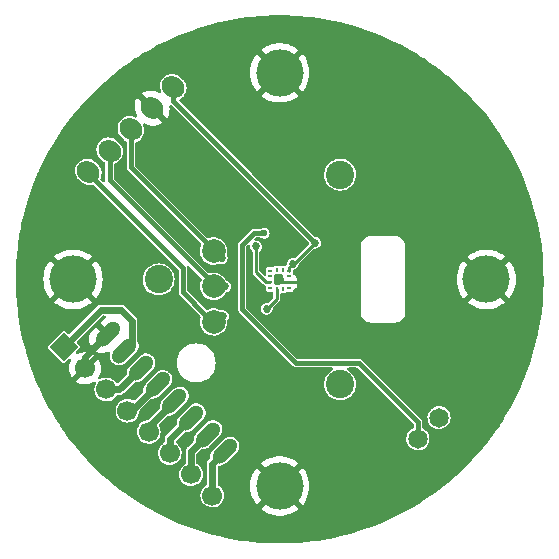
<source format=gbl>
%TF.GenerationSoftware,KiCad,Pcbnew,(6.0.8)*%
%TF.CreationDate,2022-10-29T05:30:09+02:00*%
%TF.ProjectId,view_base,76696577-5f62-4617-9365-2e6b69636164,rev?*%
%TF.SameCoordinates,Original*%
%TF.FileFunction,Copper,L2,Bot*%
%TF.FilePolarity,Positive*%
%FSLAX46Y46*%
G04 Gerber Fmt 4.6, Leading zero omitted, Abs format (unit mm)*
G04 Created by KiCad (PCBNEW (6.0.8)) date 2022-10-29 05:30:09*
%MOMM*%
%LPD*%
G01*
G04 APERTURE LIST*
G04 Aperture macros list*
%AMHorizOval*
0 Thick line with rounded ends*
0 $1 width*
0 $2 $3 position (X,Y) of the first rounded end (center of the circle)*
0 $4 $5 position (X,Y) of the second rounded end (center of the circle)*
0 Add line between two ends*
20,1,$1,$2,$3,$4,$5,0*
0 Add two circle primitives to create the rounded ends*
1,1,$1,$2,$3*
1,1,$1,$4,$5*%
%AMRotRect*
0 Rectangle, with rotation*
0 The origin of the aperture is its center*
0 $1 length*
0 $2 width*
0 $3 Rotation angle, in degrees counterclockwise*
0 Add horizontal line*
21,1,$1,$2,0,0,$3*%
G04 Aperture macros list end*
%TA.AperFunction,ComponentPad*%
%ADD10C,2.400000*%
%TD*%
%TA.AperFunction,ComponentPad*%
%ADD11C,4.000000*%
%TD*%
%TA.AperFunction,SMDPad,CuDef*%
%ADD12R,0.410000X0.280000*%
%TD*%
%TA.AperFunction,SMDPad,CuDef*%
%ADD13R,0.280000X0.410000*%
%TD*%
%TA.AperFunction,SMDPad,CuDef*%
%ADD14C,2.000000*%
%TD*%
%TA.AperFunction,ComponentPad*%
%ADD15C,1.651000*%
%TD*%
%TA.AperFunction,ComponentPad*%
%ADD16RotRect,1.700000X1.700000X225.000000*%
%TD*%
%TA.AperFunction,ComponentPad*%
%ADD17HorizOval,1.700000X0.000000X0.000000X0.000000X0.000000X0*%
%TD*%
%TA.AperFunction,ComponentPad*%
%ADD18HorizOval,1.727200X-0.107763X0.107763X0.107763X-0.107763X0*%
%TD*%
%TA.AperFunction,SMDPad,CuDef*%
%ADD19HorizOval,1.250000X-0.441942X-0.441942X0.441942X0.441942X0*%
%TD*%
%TA.AperFunction,ViaPad*%
%ADD20C,0.600000*%
%TD*%
%TA.AperFunction,ViaPad*%
%ADD21C,0.685800*%
%TD*%
%TA.AperFunction,Conductor*%
%ADD22C,0.254000*%
%TD*%
%TA.AperFunction,Conductor*%
%ADD23C,0.600000*%
%TD*%
%TA.AperFunction,Conductor*%
%ADD24C,0.400000*%
%TD*%
G04 APERTURE END LIST*
D10*
%TO.P,H3,1,1*%
%TO.N,unconnected-(H3-Pad1)*%
X105125427Y-91122500D03*
%TD*%
%TO.P,H1,1,1*%
%TO.N,unconnected-(H1-Pad1)*%
X105125427Y-108877499D03*
%TD*%
%TO.P,H2,1,1*%
%TO.N,unconnected-(H2-Pad1)*%
X89749146Y-100000000D03*
%TD*%
D11*
%TO.P,H6,1,1*%
%TO.N,GND*%
X117500000Y-100000000D03*
%TD*%
%TO.P,H5,1,1*%
%TO.N,GND*%
X100000000Y-117500000D03*
%TD*%
%TO.P,H7,1,1*%
%TO.N,GND*%
X82500000Y-100000000D03*
%TD*%
%TO.P,H4,1,1*%
%TO.N,GND*%
X100000000Y-82500000D03*
%TD*%
D12*
%TO.P,IC1,1,NC_1*%
%TO.N,unconnected-(IC1-Pad1)*%
X99205000Y-100750000D03*
%TO.P,IC1,2,SDA*%
%TO.N,Net-(IC1-Pad2)*%
X99205000Y-100250000D03*
%TO.P,IC1,3,NC_2*%
%TO.N,unconnected-(IC1-Pad3)*%
X99205000Y-99750000D03*
%TO.P,IC1,4,NC_3*%
%TO.N,unconnected-(IC1-Pad4)*%
X99205000Y-99250000D03*
D13*
%TO.P,IC1,5,INT*%
%TO.N,unconnected-(IC1-Pad5)*%
X99750000Y-99185000D03*
%TO.P,IC1,6,NC_4*%
%TO.N,unconnected-(IC1-Pad6)*%
X100250000Y-99185000D03*
D12*
%TO.P,IC1,7,VDD*%
%TO.N,Net-(C15-Pad2)*%
X100795000Y-99250000D03*
%TO.P,IC1,8,NC_5*%
%TO.N,unconnected-(IC1-Pad8)*%
X100795000Y-99750000D03*
%TO.P,IC1,9,GND*%
%TO.N,GND*%
X100795000Y-100250000D03*
%TO.P,IC1,10,NC_6*%
%TO.N,unconnected-(IC1-Pad10)*%
X100795000Y-100750000D03*
D13*
%TO.P,IC1,11,NC_7*%
%TO.N,unconnected-(IC1-Pad11)*%
X100250000Y-100815000D03*
%TO.P,IC1,12,SCL*%
%TO.N,Net-(IC1-Pad12)*%
X99750000Y-100815000D03*
%TD*%
D14*
%TO.P,TP13,1,1*%
%TO.N,Net-(J7-Pad3)*%
X94400000Y-97600000D03*
%TD*%
D15*
%TO.P,J9,1,Pin_1*%
%TO.N,Net-(J9-Pad1)*%
X113498026Y-111701974D03*
%TO.P,J9,2,Pin_2*%
%TO.N,Net-(J9-Pad2)*%
X111701974Y-113498026D03*
%TD*%
D16*
%TO.P,J5,1,Pin_1*%
%TO.N,Net-(C3-Pad1)*%
X81724427Y-105724427D03*
D17*
%TO.P,J5,2,Pin_2*%
%TO.N,GND*%
X83520478Y-107520478D03*
%TO.P,J5,3,Pin_3*%
%TO.N,Net-(J1-Pad3)*%
X85316529Y-109316529D03*
%TO.P,J5,4,Pin_4*%
%TO.N,Net-(J1-Pad4)*%
X87112581Y-111112581D03*
%TO.P,J5,5,Pin_5*%
%TO.N,Net-(J1-Pad5)*%
X88908632Y-112908632D03*
%TO.P,J5,6,Pin_6*%
%TO.N,Net-(J1-Pad6)*%
X90704683Y-114704683D03*
%TO.P,J5,7,Pin_7*%
%TO.N,Net-(J1-Pad7)*%
X92500734Y-116500734D03*
%TO.P,J5,8,Pin_8*%
%TO.N,Net-(J1-Pad8)*%
X94296786Y-118296786D03*
%TD*%
D14*
%TO.P,TP12,1,1*%
%TO.N,Net-(J7-Pad4)*%
X94400000Y-100600000D03*
%TD*%
D18*
%TO.P,J7,1,Pin_1*%
%TO.N,Net-(C15-Pad2)*%
X90992102Y-83707898D03*
%TO.P,J7,2,Pin_2*%
%TO.N,GND*%
X89196051Y-85503949D03*
%TO.P,J7,3,Pin_3*%
%TO.N,Net-(J7-Pad3)*%
X87400000Y-87300000D03*
%TO.P,J7,4,Pin_4*%
%TO.N,Net-(J7-Pad4)*%
X85603949Y-89096051D03*
%TO.P,J7,5,Pin_5*%
%TO.N,Net-(J7-Pad5)*%
X83807898Y-90892102D03*
%TD*%
D14*
%TO.P,TP11,1,1*%
%TO.N,Net-(J7-Pad5)*%
X94400000Y-103600000D03*
%TD*%
D19*
%TO.P,J1,1,Pin_1*%
%TO.N,GND*%
X85438165Y-104650253D03*
%TO.P,J1,2,Pin_2*%
%TO.N,Net-(C3-Pad1)*%
X86852379Y-106064467D03*
%TO.P,J1,3,Pin_3*%
%TO.N,Net-(J1-Pad3)*%
X88266592Y-107478680D03*
%TO.P,J1,4,Pin_4*%
%TO.N,Net-(J1-Pad4)*%
X89680806Y-108892894D03*
%TO.P,J1,5,Pin_5*%
%TO.N,Net-(J1-Pad5)*%
X91095019Y-110307107D03*
%TO.P,J1,6,Pin_6*%
%TO.N,Net-(J1-Pad6)*%
X92509233Y-111721321D03*
%TO.P,J1,7,Pin_7*%
%TO.N,Net-(J1-Pad7)*%
X93923446Y-113135534D03*
%TO.P,J1,8,Pin_8*%
%TO.N,Net-(J1-Pad8)*%
X95337660Y-114549748D03*
%TD*%
D20*
%TO.N,GND*%
X85438165Y-104650253D03*
D21*
X100000000Y-100000000D03*
%TO.N,Net-(IC1-Pad2)*%
X98000000Y-97200000D03*
%TO.N,Net-(IC1-Pad12)*%
X98900000Y-102500000D03*
%TO.N,Net-(C15-Pad2)*%
X103000000Y-96900000D03*
X101088059Y-98691400D03*
%TO.N,Net-(J7-Pad3)*%
X95100000Y-98200000D03*
%TO.N,Net-(J7-Pad4)*%
X95400000Y-100600000D03*
%TO.N,Net-(J7-Pad5)*%
X95200000Y-103100000D03*
D20*
%TO.N,Net-(C3-Pad1)*%
X86852379Y-106064467D03*
%TO.N,Net-(J9-Pad2)*%
X98700000Y-96100000D03*
%TD*%
D22*
%TO.N,GND*%
X100250000Y-100250000D02*
X100795000Y-100250000D01*
D23*
X83520478Y-106567940D02*
X85438165Y-104650253D01*
D22*
X100000000Y-100000000D02*
X100250000Y-100250000D01*
D23*
X83520478Y-107520478D02*
X83520478Y-106567940D01*
%TO.N,Net-(J1-Pad3)*%
X85316529Y-109316529D02*
X86428743Y-109316529D01*
X86428743Y-109316529D02*
X88266592Y-107478680D01*
%TO.N,Net-(J1-Pad4)*%
X87461119Y-111112581D02*
X89680806Y-108892894D01*
X87112581Y-111112581D02*
X87461119Y-111112581D01*
%TO.N,Net-(J1-Pad5)*%
X88908632Y-112908632D02*
X88908632Y-112493494D01*
X88908632Y-112493494D02*
X91095019Y-110307107D01*
%TO.N,Net-(J1-Pad6)*%
X90704683Y-114704683D02*
X90704683Y-113525871D01*
X90704683Y-113525871D02*
X92509233Y-111721321D01*
%TO.N,Net-(J1-Pad7)*%
X92500734Y-114558246D02*
X93923446Y-113135534D01*
X92500734Y-116500734D02*
X92500734Y-114558246D01*
%TO.N,Net-(J1-Pad8)*%
X94296786Y-115590622D02*
X95337660Y-114549748D01*
X94296786Y-118296786D02*
X94296786Y-115590622D01*
D22*
%TO.N,Net-(IC1-Pad2)*%
X98852000Y-100250000D02*
X98000000Y-99398000D01*
X98000000Y-99398000D02*
X98000000Y-97200000D01*
X99205000Y-100250000D02*
X98852000Y-100250000D01*
%TO.N,Net-(IC1-Pad12)*%
X99750000Y-101650000D02*
X99750000Y-100815000D01*
X98900000Y-102500000D02*
X99750000Y-101650000D01*
D24*
%TO.N,Net-(C15-Pad2)*%
X90992102Y-84892102D02*
X103000000Y-96900000D01*
D22*
X100795000Y-98984459D02*
X100795000Y-99250000D01*
X101208600Y-98691400D02*
X103000000Y-96900000D01*
D24*
X90992102Y-83707898D02*
X90992102Y-84892102D01*
D22*
X101088059Y-98691400D02*
X101208600Y-98691400D01*
X101088059Y-98691400D02*
X100795000Y-98984459D01*
%TO.N,Net-(J7-Pad3)*%
X94400000Y-98200000D02*
X95100000Y-98200000D01*
D24*
X87400000Y-87300000D02*
X87400000Y-90500000D01*
X87400000Y-90500000D02*
X95100000Y-98200000D01*
%TO.N,Net-(J7-Pad4)*%
X85603949Y-89096051D02*
X85603949Y-91603949D01*
D22*
X94400000Y-100600000D02*
X95400000Y-100600000D01*
D24*
X85603949Y-91603949D02*
X94600000Y-100600000D01*
X94600000Y-100600000D02*
X95400000Y-100600000D01*
%TO.N,Net-(J7-Pad5)*%
X83807898Y-91007898D02*
X91800000Y-99000000D01*
X93800000Y-103100000D02*
X95200000Y-103100000D01*
X91800000Y-101100000D02*
X93800000Y-103100000D01*
X91800000Y-99000000D02*
X91800000Y-101100000D01*
X83807898Y-90892102D02*
X83807898Y-91007898D01*
D23*
%TO.N,Net-(C3-Pad1)*%
X84848854Y-102600000D02*
X86600000Y-102600000D01*
X81724427Y-105724427D02*
X84848854Y-102600000D01*
X86600000Y-102600000D02*
X87500000Y-103500000D01*
X87500000Y-103500000D02*
X87500000Y-105416846D01*
X87500000Y-105416846D02*
X86852379Y-106064467D01*
D24*
%TO.N,Net-(J9-Pad2)*%
X106700000Y-107100000D02*
X111701974Y-112101974D01*
X111701974Y-112101974D02*
X111701974Y-113498026D01*
X101400000Y-107100000D02*
X106700000Y-107100000D01*
X97800000Y-96100000D02*
X96800000Y-97100000D01*
X96800000Y-102500000D02*
X101400000Y-107100000D01*
X96800000Y-97100000D02*
X96800000Y-102500000D01*
X98700000Y-96100000D02*
X97800000Y-96100000D01*
%TD*%
%TA.AperFunction,Conductor*%
%TO.N,GND*%
G36*
X100470702Y-77655513D02*
G01*
X101400696Y-77694491D01*
X101405954Y-77694822D01*
X101646927Y-77715057D01*
X102333536Y-77772713D01*
X102338785Y-77773265D01*
X102722758Y-77821772D01*
X103262259Y-77889927D01*
X103267463Y-77890695D01*
X104185279Y-78045932D01*
X104190452Y-78046918D01*
X104561670Y-78125823D01*
X105100967Y-78240454D01*
X105106105Y-78241660D01*
X106007663Y-78473141D01*
X106012746Y-78474560D01*
X106903853Y-78743601D01*
X106908872Y-78745232D01*
X107456683Y-78936000D01*
X107787914Y-79051346D01*
X107792838Y-79053177D01*
X108652147Y-79393401D01*
X108658325Y-79395847D01*
X108663190Y-79397892D01*
X109513544Y-79776495D01*
X109518319Y-79778742D01*
X110352069Y-80192619D01*
X110356746Y-80195064D01*
X111172446Y-80643499D01*
X111177016Y-80646138D01*
X111548894Y-80871355D01*
X111973217Y-81128334D01*
X111977651Y-81131148D01*
X112210761Y-81286026D01*
X112752961Y-81646263D01*
X112757295Y-81649275D01*
X113426473Y-82135461D01*
X113510352Y-82196403D01*
X113514554Y-82199592D01*
X114091238Y-82656666D01*
X114244043Y-82777778D01*
X114248107Y-82781140D01*
X114803647Y-83260670D01*
X114952731Y-83389356D01*
X114956653Y-83392887D01*
X115635192Y-84030077D01*
X115638963Y-84033769D01*
X115733790Y-84130603D01*
X116254604Y-84662440D01*
X116290256Y-84698847D01*
X116293861Y-84702687D01*
X116532265Y-84967462D01*
X116916687Y-85394406D01*
X116920136Y-85398401D01*
X117513476Y-86115627D01*
X117516754Y-86119762D01*
X118079543Y-86861210D01*
X118082625Y-86865453D01*
X118576561Y-87576132D01*
X118613875Y-87629820D01*
X118616785Y-87634201D01*
X118767342Y-87871440D01*
X119115547Y-88420123D01*
X119118281Y-88424637D01*
X119583692Y-89230753D01*
X119586235Y-89235378D01*
X120017492Y-90060297D01*
X120019838Y-90065024D01*
X120416155Y-90907240D01*
X120418302Y-90912061D01*
X120776062Y-91763135D01*
X120779016Y-91770163D01*
X120780952Y-91775053D01*
X121042257Y-92477680D01*
X121105425Y-92647534D01*
X121107160Y-92652518D01*
X121394798Y-93537780D01*
X121396323Y-93542832D01*
X121646636Y-94439352D01*
X121647949Y-94444464D01*
X121860508Y-95350713D01*
X121861605Y-95355875D01*
X121939374Y-95763556D01*
X122031492Y-96246450D01*
X122036024Y-96270210D01*
X122036901Y-96275393D01*
X122172725Y-97195184D01*
X122172881Y-97196241D01*
X122173541Y-97201461D01*
X122268426Y-98104239D01*
X122270843Y-98127233D01*
X122271283Y-98132475D01*
X122289880Y-98428065D01*
X122329730Y-99061466D01*
X122329951Y-99066739D01*
X122338636Y-99481346D01*
X122349423Y-99996290D01*
X122349445Y-99997361D01*
X122349445Y-100002626D01*
X122339899Y-100458353D01*
X122329951Y-100933261D01*
X122329730Y-100938534D01*
X122308777Y-101271580D01*
X122272896Y-101841890D01*
X122271284Y-101867509D01*
X122270844Y-101872757D01*
X122174922Y-102785403D01*
X122173543Y-102798522D01*
X122172884Y-102803736D01*
X122042513Y-103686603D01*
X122036904Y-103724587D01*
X122036028Y-103729769D01*
X121972178Y-104064483D01*
X121861605Y-104644125D01*
X121860508Y-104649287D01*
X121647949Y-105555536D01*
X121646636Y-105560648D01*
X121396323Y-106457168D01*
X121394798Y-106462220D01*
X121261280Y-106873147D01*
X121109867Y-107339152D01*
X121107160Y-107347482D01*
X121105428Y-107352456D01*
X120788501Y-108204651D01*
X120780959Y-108224930D01*
X120779023Y-108229820D01*
X120556567Y-108759020D01*
X120418302Y-109087939D01*
X120416155Y-109092760D01*
X120019838Y-109934976D01*
X120017492Y-109939703D01*
X119586235Y-110764622D01*
X119583692Y-110769247D01*
X119118281Y-111575363D01*
X119115547Y-111579877D01*
X118874744Y-111959322D01*
X118625362Y-112352285D01*
X118616795Y-112365784D01*
X118613885Y-112370165D01*
X118204527Y-112959154D01*
X118082627Y-113134545D01*
X118079543Y-113138790D01*
X117625166Y-113737411D01*
X117516754Y-113880238D01*
X117513476Y-113884373D01*
X116920136Y-114601599D01*
X116916687Y-114605594D01*
X116802192Y-114732754D01*
X116301476Y-115288856D01*
X116293868Y-115297305D01*
X116290263Y-115301146D01*
X115912112Y-115687301D01*
X115638963Y-115966231D01*
X115635192Y-115969923D01*
X114956653Y-116607113D01*
X114952732Y-116610643D01*
X114403293Y-117084907D01*
X114248109Y-117218858D01*
X114244046Y-117222220D01*
X113583338Y-117745890D01*
X113514556Y-117800406D01*
X113510355Y-117803595D01*
X112859286Y-118276624D01*
X112757295Y-118350725D01*
X112752961Y-118353737D01*
X111977651Y-118868852D01*
X111973217Y-118871666D01*
X111777288Y-118990325D01*
X111177016Y-119353862D01*
X111172446Y-119356501D01*
X110356746Y-119804936D01*
X110352069Y-119807381D01*
X109518319Y-120221258D01*
X109513544Y-120223505D01*
X108663190Y-120602108D01*
X108658325Y-120604153D01*
X107792838Y-120946823D01*
X107787914Y-120948654D01*
X107456683Y-121064000D01*
X106908872Y-121254768D01*
X106903853Y-121256399D01*
X106012746Y-121525440D01*
X106007663Y-121526859D01*
X105106105Y-121758340D01*
X105100967Y-121759546D01*
X104561670Y-121874177D01*
X104190452Y-121953082D01*
X104185279Y-121954068D01*
X103267463Y-122109305D01*
X103262259Y-122110073D01*
X102722758Y-122178228D01*
X102338785Y-122226735D01*
X102333536Y-122227287D01*
X101646927Y-122284943D01*
X101405954Y-122305178D01*
X101400696Y-122305509D01*
X100598918Y-122339113D01*
X100470701Y-122344487D01*
X100465425Y-122344598D01*
X99534575Y-122344598D01*
X99529299Y-122344487D01*
X99401082Y-122339113D01*
X98599304Y-122305509D01*
X98594046Y-122305178D01*
X98353073Y-122284943D01*
X97666464Y-122227287D01*
X97661215Y-122226735D01*
X97277242Y-122178228D01*
X96737741Y-122110073D01*
X96732537Y-122109305D01*
X95814721Y-121954068D01*
X95809548Y-121953082D01*
X95438330Y-121874177D01*
X94899033Y-121759546D01*
X94893895Y-121758340D01*
X93992337Y-121526859D01*
X93987254Y-121525440D01*
X93096147Y-121256399D01*
X93091128Y-121254768D01*
X92543317Y-121064000D01*
X92212086Y-120948654D01*
X92207162Y-120946823D01*
X91341675Y-120604153D01*
X91336810Y-120602108D01*
X90486456Y-120223505D01*
X90481681Y-120221258D01*
X89647931Y-119807381D01*
X89643254Y-119804936D01*
X88990328Y-119445987D01*
X98418721Y-119445987D01*
X98427548Y-119457605D01*
X98650281Y-119619430D01*
X98656961Y-119623670D01*
X98926572Y-119771890D01*
X98933707Y-119775247D01*
X99219770Y-119888508D01*
X99227296Y-119890953D01*
X99525279Y-119967462D01*
X99533050Y-119968945D01*
X99838278Y-120007503D01*
X99846169Y-120008000D01*
X100153831Y-120008000D01*
X100161722Y-120007503D01*
X100466950Y-119968945D01*
X100474721Y-119967462D01*
X100772704Y-119890953D01*
X100780230Y-119888508D01*
X101066293Y-119775247D01*
X101073428Y-119771890D01*
X101343039Y-119623670D01*
X101349719Y-119619430D01*
X101572823Y-119457336D01*
X101581246Y-119446413D01*
X101574342Y-119433552D01*
X100012812Y-117872022D01*
X99998868Y-117864408D01*
X99997035Y-117864539D01*
X99990420Y-117868790D01*
X98425334Y-119433876D01*
X98418721Y-119445987D01*
X88990328Y-119445987D01*
X88827554Y-119356501D01*
X88822984Y-119353862D01*
X88222712Y-118990325D01*
X88026783Y-118871666D01*
X88022349Y-118868852D01*
X87247039Y-118353737D01*
X87242705Y-118350725D01*
X87149144Y-118282749D01*
X93291543Y-118282749D01*
X93307961Y-118478269D01*
X93362044Y-118666877D01*
X93364862Y-118672360D01*
X93448909Y-118835899D01*
X93448912Y-118835903D01*
X93451730Y-118841387D01*
X93573604Y-118995155D01*
X93723024Y-119122321D01*
X93728402Y-119125327D01*
X93728404Y-119125328D01*
X93764718Y-119145623D01*
X93894299Y-119218043D01*
X94080904Y-119278675D01*
X94275732Y-119301907D01*
X94281867Y-119301435D01*
X94281869Y-119301435D01*
X94465220Y-119287327D01*
X94465224Y-119287326D01*
X94471362Y-119286854D01*
X94660342Y-119234089D01*
X94835475Y-119145623D01*
X94865301Y-119122321D01*
X94985239Y-119028615D01*
X94990089Y-119024826D01*
X95019870Y-118990325D01*
X95114271Y-118880959D01*
X95114271Y-118880958D01*
X95118295Y-118876297D01*
X95122529Y-118868845D01*
X95154430Y-118812688D01*
X95215211Y-118705695D01*
X95277144Y-118519518D01*
X95301735Y-118324857D01*
X95302127Y-118296786D01*
X95282980Y-118101514D01*
X95281199Y-118095615D01*
X95281198Y-118095610D01*
X95228051Y-117919579D01*
X95226270Y-117913680D01*
X95134156Y-117740439D01*
X95010147Y-117588388D01*
X94908088Y-117503958D01*
X97487290Y-117503958D01*
X97506607Y-117810994D01*
X97507600Y-117818855D01*
X97565246Y-118121046D01*
X97567217Y-118128723D01*
X97662284Y-118421309D01*
X97665199Y-118428672D01*
X97796189Y-118707041D01*
X97800001Y-118713974D01*
X97964851Y-118973736D01*
X97969495Y-118980129D01*
X98044497Y-119070790D01*
X98057014Y-119079245D01*
X98067752Y-119073038D01*
X99627978Y-117512812D01*
X99634356Y-117501132D01*
X100364408Y-117501132D01*
X100364539Y-117502965D01*
X100368790Y-117509580D01*
X101931145Y-119071935D01*
X101944407Y-119079177D01*
X101954512Y-119071988D01*
X102030505Y-118980129D01*
X102035149Y-118973736D01*
X102199999Y-118713974D01*
X102203811Y-118707041D01*
X102334801Y-118428672D01*
X102337716Y-118421309D01*
X102432783Y-118128723D01*
X102434754Y-118121046D01*
X102492400Y-117818855D01*
X102493393Y-117810994D01*
X102512710Y-117503958D01*
X102512710Y-117496042D01*
X102493393Y-117189006D01*
X102492400Y-117181145D01*
X102434754Y-116878954D01*
X102432783Y-116871277D01*
X102337716Y-116578691D01*
X102334801Y-116571328D01*
X102203811Y-116292959D01*
X102199999Y-116286026D01*
X102035149Y-116026264D01*
X102030505Y-116019871D01*
X101955503Y-115929210D01*
X101942986Y-115920755D01*
X101932248Y-115926962D01*
X100372022Y-117487188D01*
X100364408Y-117501132D01*
X99634356Y-117501132D01*
X99635592Y-117498868D01*
X99635461Y-117497035D01*
X99631210Y-117490420D01*
X98068855Y-115928065D01*
X98055593Y-115920823D01*
X98045488Y-115928012D01*
X97969495Y-116019871D01*
X97964851Y-116026264D01*
X97800001Y-116286026D01*
X97796189Y-116292959D01*
X97665199Y-116571328D01*
X97662284Y-116578691D01*
X97567217Y-116871277D01*
X97565246Y-116878954D01*
X97507600Y-117181145D01*
X97506607Y-117189006D01*
X97487290Y-117496042D01*
X97487290Y-117503958D01*
X94908088Y-117503958D01*
X94858966Y-117463321D01*
X94853541Y-117460388D01*
X94853537Y-117460385D01*
X94813357Y-117438659D01*
X94762948Y-117388664D01*
X94747286Y-117327824D01*
X94747286Y-115893048D01*
X94767288Y-115824927D01*
X94820944Y-115778434D01*
X94874605Y-115767055D01*
X94897533Y-115767295D01*
X94974583Y-115768102D01*
X95144637Y-115731335D01*
X95151019Y-115728359D01*
X95151022Y-115728358D01*
X95295937Y-115660782D01*
X95302317Y-115657807D01*
X95307878Y-115653493D01*
X95307882Y-115653491D01*
X95406198Y-115577229D01*
X95406202Y-115577225D01*
X95409334Y-115574796D01*
X95430543Y-115553587D01*
X98418754Y-115553587D01*
X98425658Y-115566448D01*
X99987188Y-117127978D01*
X100001132Y-117135592D01*
X100002965Y-117135461D01*
X100009580Y-117131210D01*
X101574666Y-115566124D01*
X101581279Y-115554013D01*
X101572452Y-115542395D01*
X101349719Y-115380570D01*
X101343039Y-115376330D01*
X101073428Y-115228110D01*
X101066293Y-115224753D01*
X100780230Y-115111492D01*
X100772704Y-115109047D01*
X100474721Y-115032538D01*
X100466950Y-115031055D01*
X100161722Y-114992497D01*
X100153831Y-114992000D01*
X99846169Y-114992000D01*
X99838278Y-114992497D01*
X99533050Y-115031055D01*
X99525279Y-115032538D01*
X99227296Y-115109047D01*
X99219770Y-115111492D01*
X98933707Y-115224753D01*
X98926572Y-115228110D01*
X98656961Y-115376330D01*
X98650281Y-115380570D01*
X98427177Y-115542664D01*
X98418754Y-115553587D01*
X95430543Y-115553587D01*
X96358897Y-114625234D01*
X96361091Y-114622486D01*
X96361096Y-114622480D01*
X96435579Y-114529175D01*
X96439977Y-114523666D01*
X96515700Y-114367026D01*
X96554837Y-114197504D01*
X96555050Y-114136699D01*
X96555274Y-114072394D01*
X96555445Y-114023522D01*
X96517491Y-113853730D01*
X96442865Y-113696566D01*
X96335272Y-113559840D01*
X96329798Y-113555407D01*
X96205542Y-113454786D01*
X96205537Y-113454783D01*
X96200063Y-113450350D01*
X96043955Y-113373536D01*
X95959332Y-113353376D01*
X95881561Y-113334848D01*
X95881558Y-113334848D01*
X95874709Y-113333216D01*
X95867666Y-113333142D01*
X95867664Y-113333142D01*
X95783691Y-113332263D01*
X95700737Y-113331394D01*
X95530684Y-113368161D01*
X95437723Y-113411509D01*
X95379382Y-113438714D01*
X95379379Y-113438716D01*
X95373003Y-113441689D01*
X95367443Y-113446002D01*
X95367441Y-113446003D01*
X95269109Y-113522276D01*
X95269104Y-113522281D01*
X95265986Y-113524699D01*
X94316424Y-114474262D01*
X94235343Y-114575830D01*
X94232277Y-114582172D01*
X94232276Y-114582174D01*
X94218937Y-114609767D01*
X94159621Y-114732470D01*
X94120483Y-114901992D01*
X94120458Y-114909031D01*
X94120458Y-114909034D01*
X94120168Y-114992000D01*
X94119875Y-115075974D01*
X94117325Y-115075965D01*
X94106874Y-115134252D01*
X94083236Y-115167069D01*
X94002436Y-115247869D01*
X93991347Y-115257723D01*
X93972077Y-115272915D01*
X93972075Y-115272917D01*
X93964676Y-115278750D01*
X93959321Y-115286497D01*
X93959320Y-115286499D01*
X93931331Y-115326997D01*
X93929036Y-115330209D01*
X93894152Y-115377438D01*
X93891759Y-115384254D01*
X93887655Y-115390191D01*
X93884815Y-115399171D01*
X93884814Y-115399173D01*
X93882324Y-115407047D01*
X93873006Y-115436512D01*
X93869968Y-115446117D01*
X93868715Y-115449872D01*
X93849267Y-115505253D01*
X93848985Y-115512441D01*
X93848974Y-115512500D01*
X93846806Y-115519352D01*
X93846286Y-115525959D01*
X93846286Y-115578638D01*
X93846189Y-115583584D01*
X93843948Y-115640616D01*
X93845832Y-115647722D01*
X93846286Y-115655969D01*
X93846286Y-117326972D01*
X93826284Y-117395093D01*
X93778663Y-117438633D01*
X93746298Y-117455553D01*
X93741497Y-117459413D01*
X93741494Y-117459415D01*
X93679102Y-117509580D01*
X93593386Y-117578497D01*
X93467266Y-117728802D01*
X93464302Y-117734194D01*
X93464299Y-117734198D01*
X93427901Y-117800406D01*
X93372742Y-117900740D01*
X93313414Y-118087764D01*
X93291543Y-118282749D01*
X87149144Y-118282749D01*
X87140714Y-118276624D01*
X86489645Y-117803595D01*
X86485444Y-117800406D01*
X86416662Y-117745890D01*
X85755954Y-117222220D01*
X85751891Y-117218858D01*
X85596708Y-117084907D01*
X85047268Y-116610643D01*
X85043347Y-116607113D01*
X84915117Y-116486697D01*
X91495491Y-116486697D01*
X91511909Y-116682217D01*
X91565992Y-116870825D01*
X91568810Y-116876308D01*
X91652857Y-117039847D01*
X91652860Y-117039851D01*
X91655678Y-117045335D01*
X91777552Y-117199103D01*
X91782245Y-117203097D01*
X91782246Y-117203098D01*
X91802795Y-117220586D01*
X91926972Y-117326269D01*
X91932350Y-117329275D01*
X91932352Y-117329276D01*
X91968666Y-117349571D01*
X92098247Y-117421991D01*
X92284852Y-117482623D01*
X92479680Y-117505855D01*
X92485815Y-117505383D01*
X92485817Y-117505383D01*
X92669168Y-117491275D01*
X92669172Y-117491274D01*
X92675310Y-117490802D01*
X92864290Y-117438037D01*
X93039423Y-117349571D01*
X93069249Y-117326269D01*
X93189187Y-117232563D01*
X93194037Y-117228774D01*
X93199693Y-117222222D01*
X93318219Y-117084907D01*
X93318219Y-117084906D01*
X93322243Y-117080245D01*
X93419159Y-116909643D01*
X93481092Y-116723466D01*
X93505683Y-116528805D01*
X93506075Y-116500734D01*
X93486928Y-116305462D01*
X93485147Y-116299563D01*
X93485146Y-116299558D01*
X93431999Y-116123527D01*
X93430218Y-116117628D01*
X93338104Y-115944387D01*
X93214095Y-115792336D01*
X93062914Y-115667269D01*
X93057489Y-115664336D01*
X93057485Y-115664333D01*
X93017305Y-115642607D01*
X92966896Y-115592612D01*
X92951234Y-115531772D01*
X92951234Y-114797039D01*
X92971236Y-114728918D01*
X92988139Y-114707944D01*
X93307004Y-114389079D01*
X93369316Y-114355053D01*
X93397415Y-114352181D01*
X93560369Y-114353888D01*
X93730423Y-114317121D01*
X93736805Y-114314145D01*
X93736808Y-114314144D01*
X93860762Y-114256342D01*
X93888103Y-114243593D01*
X93893664Y-114239279D01*
X93893668Y-114239277D01*
X93991984Y-114163015D01*
X93991988Y-114163011D01*
X93995120Y-114160582D01*
X94944683Y-113211020D01*
X94946877Y-113208272D01*
X94946882Y-113208266D01*
X95008271Y-113131364D01*
X95025763Y-113109452D01*
X95101486Y-112952812D01*
X95140623Y-112783290D01*
X95141231Y-112609308D01*
X95103277Y-112439516D01*
X95028651Y-112282352D01*
X94921058Y-112145626D01*
X94915584Y-112141193D01*
X94791328Y-112040572D01*
X94791323Y-112040569D01*
X94785849Y-112036136D01*
X94629741Y-111959322D01*
X94540727Y-111938116D01*
X94467347Y-111920634D01*
X94467344Y-111920634D01*
X94460495Y-111919002D01*
X94453452Y-111918928D01*
X94453450Y-111918928D01*
X94369477Y-111918049D01*
X94286523Y-111917180D01*
X94116470Y-111953947D01*
X94039373Y-111989898D01*
X93965168Y-112024500D01*
X93965165Y-112024502D01*
X93958789Y-112027475D01*
X93953229Y-112031788D01*
X93953227Y-112031789D01*
X93854895Y-112108062D01*
X93854890Y-112108067D01*
X93851772Y-112110485D01*
X92902210Y-113060048D01*
X92821129Y-113161616D01*
X92818063Y-113167958D01*
X92818062Y-113167960D01*
X92808192Y-113188377D01*
X92745407Y-113318256D01*
X92706269Y-113487778D01*
X92706244Y-113494817D01*
X92706244Y-113494820D01*
X92705869Y-113602171D01*
X92705661Y-113661760D01*
X92703111Y-113661751D01*
X92692660Y-113720038D01*
X92669022Y-113752855D01*
X92206383Y-114215494D01*
X92195294Y-114225349D01*
X92168624Y-114246374D01*
X92163269Y-114254121D01*
X92163268Y-114254123D01*
X92135279Y-114294621D01*
X92132984Y-114297833D01*
X92098100Y-114345062D01*
X92095707Y-114351878D01*
X92091603Y-114357815D01*
X92074348Y-114412376D01*
X92073916Y-114413741D01*
X92072663Y-114417496D01*
X92053215Y-114472877D01*
X92052933Y-114480065D01*
X92052922Y-114480124D01*
X92050754Y-114486976D01*
X92050234Y-114493583D01*
X92050234Y-114546262D01*
X92050137Y-114551208D01*
X92047896Y-114608240D01*
X92049780Y-114615346D01*
X92050234Y-114623593D01*
X92050234Y-115530920D01*
X92030232Y-115599041D01*
X91982611Y-115642581D01*
X91950246Y-115659501D01*
X91945445Y-115663361D01*
X91945442Y-115663363D01*
X91887681Y-115709804D01*
X91797334Y-115782445D01*
X91671214Y-115932750D01*
X91668250Y-115938142D01*
X91668247Y-115938146D01*
X91619804Y-116026264D01*
X91576690Y-116104688D01*
X91517362Y-116291712D01*
X91495491Y-116486697D01*
X84915117Y-116486697D01*
X84364808Y-115969923D01*
X84361037Y-115966231D01*
X84087888Y-115687301D01*
X83709737Y-115301146D01*
X83706132Y-115297305D01*
X83698525Y-115288856D01*
X83197808Y-114732754D01*
X83159894Y-114690646D01*
X89699440Y-114690646D01*
X89715858Y-114886166D01*
X89769941Y-115074774D01*
X89772759Y-115080257D01*
X89856806Y-115243796D01*
X89856809Y-115243800D01*
X89859627Y-115249284D01*
X89981501Y-115403052D01*
X89986194Y-115407046D01*
X89986195Y-115407047D01*
X90125917Y-115525959D01*
X90130921Y-115530218D01*
X90136299Y-115533224D01*
X90136301Y-115533225D01*
X90172615Y-115553520D01*
X90302196Y-115625940D01*
X90488801Y-115686572D01*
X90683629Y-115709804D01*
X90689764Y-115709332D01*
X90689766Y-115709332D01*
X90873117Y-115695224D01*
X90873121Y-115695223D01*
X90879259Y-115694751D01*
X91068239Y-115641986D01*
X91243372Y-115553520D01*
X91257612Y-115542395D01*
X91393136Y-115436512D01*
X91397986Y-115432723D01*
X91426946Y-115399173D01*
X91522168Y-115288856D01*
X91522168Y-115288855D01*
X91526192Y-115284194D01*
X91532600Y-115272915D01*
X91562327Y-115220585D01*
X91623108Y-115113592D01*
X91685041Y-114927415D01*
X91709632Y-114732754D01*
X91710024Y-114704683D01*
X91690877Y-114509411D01*
X91689096Y-114503512D01*
X91689095Y-114503507D01*
X91635948Y-114327476D01*
X91634167Y-114321577D01*
X91542053Y-114148336D01*
X91418044Y-113996285D01*
X91266863Y-113871218D01*
X91254513Y-113864540D01*
X91240042Y-113856716D01*
X91189632Y-113806722D01*
X91174253Y-113737411D01*
X91198788Y-113670789D01*
X91210873Y-113656784D01*
X91892791Y-112974866D01*
X91955103Y-112940840D01*
X91983202Y-112937968D01*
X92146156Y-112939675D01*
X92316210Y-112902908D01*
X92322592Y-112899932D01*
X92322595Y-112899931D01*
X92467510Y-112832355D01*
X92473890Y-112829380D01*
X92479451Y-112825066D01*
X92479455Y-112825064D01*
X92577771Y-112748802D01*
X92577775Y-112748798D01*
X92580907Y-112746369D01*
X93530470Y-111796807D01*
X93532664Y-111794059D01*
X93532669Y-111794053D01*
X93587126Y-111725835D01*
X93611550Y-111695239D01*
X93687273Y-111538599D01*
X93726410Y-111369077D01*
X93726550Y-111329194D01*
X93726993Y-111202143D01*
X93727018Y-111195095D01*
X93689064Y-111025303D01*
X93614438Y-110868139D01*
X93506845Y-110731413D01*
X93494327Y-110721276D01*
X93377115Y-110626359D01*
X93377110Y-110626356D01*
X93371636Y-110621923D01*
X93215528Y-110545109D01*
X93130905Y-110524949D01*
X93053134Y-110506421D01*
X93053131Y-110506421D01*
X93046282Y-110504789D01*
X93039239Y-110504715D01*
X93039237Y-110504715D01*
X92955264Y-110503836D01*
X92872310Y-110502967D01*
X92702257Y-110539734D01*
X92609296Y-110583082D01*
X92550955Y-110610287D01*
X92550952Y-110610289D01*
X92544576Y-110613262D01*
X92539016Y-110617575D01*
X92539014Y-110617576D01*
X92440682Y-110693849D01*
X92440677Y-110693854D01*
X92437559Y-110696272D01*
X91487997Y-111645835D01*
X91406916Y-111747403D01*
X91331194Y-111904043D01*
X91292056Y-112073565D01*
X91292031Y-112080604D01*
X91292031Y-112080607D01*
X91291804Y-112145626D01*
X91291448Y-112247547D01*
X91288898Y-112247538D01*
X91278447Y-112305825D01*
X91254809Y-112338642D01*
X90410333Y-113183118D01*
X90399244Y-113192972D01*
X90379974Y-113208164D01*
X90379972Y-113208166D01*
X90372573Y-113213999D01*
X90367218Y-113221746D01*
X90367217Y-113221748D01*
X90339228Y-113262246D01*
X90336933Y-113265458D01*
X90327135Y-113278723D01*
X90311243Y-113300240D01*
X90302049Y-113312687D01*
X90299656Y-113319503D01*
X90295552Y-113325440D01*
X90292712Y-113334420D01*
X90292711Y-113334422D01*
X90286333Y-113354588D01*
X90279358Y-113376646D01*
X90277865Y-113381366D01*
X90276612Y-113385121D01*
X90257164Y-113440502D01*
X90256882Y-113447690D01*
X90256871Y-113447749D01*
X90254703Y-113454601D01*
X90254183Y-113461208D01*
X90254183Y-113513887D01*
X90254086Y-113518833D01*
X90251845Y-113575865D01*
X90253729Y-113582971D01*
X90254183Y-113591218D01*
X90254183Y-113734869D01*
X90234181Y-113802990D01*
X90186560Y-113846530D01*
X90154195Y-113863450D01*
X90149394Y-113867310D01*
X90149391Y-113867312D01*
X90091630Y-113913753D01*
X90001283Y-113986394D01*
X89875163Y-114136699D01*
X89872199Y-114142091D01*
X89872196Y-114142095D01*
X89831845Y-114215494D01*
X89780639Y-114308637D01*
X89778778Y-114314504D01*
X89778777Y-114314506D01*
X89764293Y-114360165D01*
X89721311Y-114495661D01*
X89699440Y-114690646D01*
X83159894Y-114690646D01*
X83083313Y-114605594D01*
X83079864Y-114601599D01*
X82486524Y-113884373D01*
X82483246Y-113880238D01*
X82374834Y-113737411D01*
X81920457Y-113138790D01*
X81917373Y-113134545D01*
X81795473Y-112959154D01*
X81750603Y-112894595D01*
X87903389Y-112894595D01*
X87919807Y-113090115D01*
X87973890Y-113278723D01*
X87976708Y-113284206D01*
X88060755Y-113447745D01*
X88060758Y-113447749D01*
X88063576Y-113453233D01*
X88185450Y-113607001D01*
X88190143Y-113610995D01*
X88190144Y-113610996D01*
X88302088Y-113706267D01*
X88334870Y-113734167D01*
X88340248Y-113737173D01*
X88340250Y-113737174D01*
X88376564Y-113757469D01*
X88506145Y-113829889D01*
X88692750Y-113890521D01*
X88887578Y-113913753D01*
X88893713Y-113913281D01*
X88893715Y-113913281D01*
X89077066Y-113899173D01*
X89077070Y-113899172D01*
X89083208Y-113898700D01*
X89272188Y-113845935D01*
X89447321Y-113757469D01*
X89477147Y-113734167D01*
X89560654Y-113668924D01*
X89601935Y-113636672D01*
X89631716Y-113602171D01*
X89726117Y-113492805D01*
X89726117Y-113492804D01*
X89730141Y-113488143D01*
X89827057Y-113317541D01*
X89888990Y-113131364D01*
X89913581Y-112936703D01*
X89913973Y-112908632D01*
X89894826Y-112713360D01*
X89893045Y-112707461D01*
X89893044Y-112707456D01*
X89839897Y-112531425D01*
X89838116Y-112525526D01*
X89779869Y-112415979D01*
X89769272Y-112396049D01*
X89754952Y-112326512D01*
X89780500Y-112260271D01*
X89791428Y-112247801D01*
X90478577Y-111560652D01*
X90540889Y-111526626D01*
X90568988Y-111523754D01*
X90731942Y-111525461D01*
X90901996Y-111488694D01*
X90908378Y-111485718D01*
X90908381Y-111485717D01*
X91053296Y-111418141D01*
X91059676Y-111415166D01*
X91065237Y-111410852D01*
X91065241Y-111410850D01*
X91163557Y-111334588D01*
X91163561Y-111334584D01*
X91166693Y-111332155D01*
X92116256Y-110382593D01*
X92118450Y-110379845D01*
X92118455Y-110379839D01*
X92178246Y-110304939D01*
X92197336Y-110281025D01*
X92273059Y-110124385D01*
X92312196Y-109954863D01*
X92312266Y-109934976D01*
X92312543Y-109855642D01*
X92312804Y-109780881D01*
X92274850Y-109611089D01*
X92200224Y-109453925D01*
X92092631Y-109317199D01*
X92082057Y-109308636D01*
X91962901Y-109212145D01*
X91962896Y-109212142D01*
X91957422Y-109207709D01*
X91801314Y-109130895D01*
X91716691Y-109110735D01*
X91638920Y-109092207D01*
X91638917Y-109092207D01*
X91632068Y-109090575D01*
X91625025Y-109090501D01*
X91625023Y-109090501D01*
X91541050Y-109089622D01*
X91458096Y-109088753D01*
X91288043Y-109125520D01*
X91195082Y-109168868D01*
X91136741Y-109196073D01*
X91136738Y-109196075D01*
X91130362Y-109199048D01*
X91124802Y-109203361D01*
X91124800Y-109203362D01*
X91026468Y-109279635D01*
X91026463Y-109279640D01*
X91023345Y-109282058D01*
X90073783Y-110231621D01*
X89992702Y-110333189D01*
X89916980Y-110489829D01*
X89877842Y-110659351D01*
X89877817Y-110666390D01*
X89877817Y-110666393D01*
X89877549Y-110743104D01*
X89877234Y-110833333D01*
X89874684Y-110833324D01*
X89864233Y-110891611D01*
X89840595Y-110924428D01*
X88888559Y-111876464D01*
X88826247Y-111910490D01*
X88810885Y-111912850D01*
X88720250Y-111921098D01*
X88714336Y-111922839D01*
X88714334Y-111922839D01*
X88608639Y-111953947D01*
X88532025Y-111976496D01*
X88526560Y-111979353D01*
X88363604Y-112064544D01*
X88363600Y-112064547D01*
X88358144Y-112067399D01*
X88353344Y-112071259D01*
X88353343Y-112071259D01*
X88341095Y-112081107D01*
X88205232Y-112190343D01*
X88079112Y-112340648D01*
X88076148Y-112346040D01*
X88076145Y-112346044D01*
X88058352Y-112378410D01*
X87984588Y-112512586D01*
X87982727Y-112518453D01*
X87982726Y-112518455D01*
X87961684Y-112584789D01*
X87925260Y-112699610D01*
X87903389Y-112894595D01*
X81750603Y-112894595D01*
X81386115Y-112370165D01*
X81383205Y-112365784D01*
X81374639Y-112352285D01*
X81125256Y-111959322D01*
X80884453Y-111579877D01*
X80881719Y-111575363D01*
X80606428Y-111098544D01*
X86107338Y-111098544D01*
X86123756Y-111294064D01*
X86177839Y-111482672D01*
X86180657Y-111488155D01*
X86264704Y-111651694D01*
X86264707Y-111651698D01*
X86267525Y-111657182D01*
X86389399Y-111810950D01*
X86394092Y-111814944D01*
X86394093Y-111814945D01*
X86520869Y-111922839D01*
X86538819Y-111938116D01*
X86544197Y-111941122D01*
X86544199Y-111941123D01*
X86585478Y-111964193D01*
X86710094Y-112033838D01*
X86896699Y-112094470D01*
X87091527Y-112117702D01*
X87097662Y-112117230D01*
X87097664Y-112117230D01*
X87281015Y-112103122D01*
X87281019Y-112103121D01*
X87287157Y-112102649D01*
X87476137Y-112049884D01*
X87651270Y-111961418D01*
X87660833Y-111953947D01*
X87728577Y-111901019D01*
X87805884Y-111840621D01*
X87835665Y-111806120D01*
X87930066Y-111696754D01*
X87930066Y-111696753D01*
X87934090Y-111692092D01*
X87939735Y-111682156D01*
X87999105Y-111577645D01*
X88031006Y-111521490D01*
X88092939Y-111335313D01*
X88114493Y-111164693D01*
X88117088Y-111144152D01*
X88117088Y-111144149D01*
X88117530Y-111140652D01*
X88117579Y-111137126D01*
X88117594Y-111136915D01*
X88142300Y-111070356D01*
X88154192Y-111056611D01*
X89064364Y-110146439D01*
X89126676Y-110112413D01*
X89154775Y-110109541D01*
X89317729Y-110111248D01*
X89487783Y-110074481D01*
X89494165Y-110071505D01*
X89494168Y-110071504D01*
X89639083Y-110003928D01*
X89645463Y-110000953D01*
X89651024Y-109996639D01*
X89651028Y-109996637D01*
X89749344Y-109920375D01*
X89749348Y-109920371D01*
X89752480Y-109917942D01*
X90702043Y-108968380D01*
X90704237Y-108965632D01*
X90704242Y-108965626D01*
X90777596Y-108873735D01*
X90783123Y-108866812D01*
X90858846Y-108710172D01*
X90897983Y-108540650D01*
X90898195Y-108480133D01*
X90898355Y-108434291D01*
X90898591Y-108366668D01*
X90860637Y-108196876D01*
X90786011Y-108039712D01*
X90678418Y-107902986D01*
X90672944Y-107898553D01*
X90548688Y-107797932D01*
X90548683Y-107797929D01*
X90543209Y-107793496D01*
X90387101Y-107716682D01*
X90278019Y-107690695D01*
X90224707Y-107677994D01*
X90224704Y-107677994D01*
X90217855Y-107676362D01*
X90210812Y-107676288D01*
X90210810Y-107676288D01*
X90126837Y-107675409D01*
X90043883Y-107674540D01*
X89873830Y-107711307D01*
X89780869Y-107754655D01*
X89722528Y-107781860D01*
X89722525Y-107781862D01*
X89716149Y-107784835D01*
X89710589Y-107789148D01*
X89710587Y-107789149D01*
X89612255Y-107865422D01*
X89612250Y-107865427D01*
X89609132Y-107867845D01*
X88659570Y-108817408D01*
X88578489Y-108918976D01*
X88502767Y-109075616D01*
X88463629Y-109245138D01*
X88463604Y-109252177D01*
X88463604Y-109252180D01*
X88463377Y-109317199D01*
X88463021Y-109419120D01*
X88460471Y-109419111D01*
X88450020Y-109477398D01*
X88426382Y-109510215D01*
X87729955Y-110206642D01*
X87667643Y-110240668D01*
X87596828Y-110235603D01*
X87580930Y-110228382D01*
X87507588Y-110188725D01*
X87507582Y-110188723D01*
X87502166Y-110185794D01*
X87360897Y-110142064D01*
X87320620Y-110129596D01*
X87320617Y-110129595D01*
X87314733Y-110127774D01*
X87308608Y-110127130D01*
X87308607Y-110127130D01*
X87125728Y-110107908D01*
X87125727Y-110107908D01*
X87119600Y-110107264D01*
X86996964Y-110118425D01*
X86930340Y-110124488D01*
X86930339Y-110124488D01*
X86924199Y-110125047D01*
X86918285Y-110126788D01*
X86918283Y-110126788D01*
X86789315Y-110164746D01*
X86735974Y-110180445D01*
X86730509Y-110183302D01*
X86567553Y-110268493D01*
X86567549Y-110268496D01*
X86562093Y-110271348D01*
X86409181Y-110394292D01*
X86283061Y-110544597D01*
X86280097Y-110549989D01*
X86280094Y-110549993D01*
X86238112Y-110626359D01*
X86188537Y-110716535D01*
X86186676Y-110722402D01*
X86186675Y-110722404D01*
X86180891Y-110740639D01*
X86129209Y-110903559D01*
X86107338Y-111098544D01*
X80606428Y-111098544D01*
X80416308Y-110769247D01*
X80413765Y-110764622D01*
X79982508Y-109939703D01*
X79980162Y-109934976D01*
X79583845Y-109092760D01*
X79581698Y-109087939D01*
X79443433Y-108759020D01*
X79395642Y-108645331D01*
X82760455Y-108645331D01*
X82765736Y-108652385D01*
X82927234Y-108746757D01*
X82936520Y-108751207D01*
X83135479Y-108827181D01*
X83145377Y-108830057D01*
X83354073Y-108872516D01*
X83364301Y-108873735D01*
X83577128Y-108881540D01*
X83587414Y-108881073D01*
X83798663Y-108854012D01*
X83808740Y-108851870D01*
X84012733Y-108790669D01*
X84022320Y-108786911D01*
X84213573Y-108693217D01*
X84222423Y-108687942D01*
X84262820Y-108659127D01*
X84329894Y-108635853D01*
X84398902Y-108652537D01*
X84447936Y-108703881D01*
X84461427Y-108773584D01*
X84446403Y-108822407D01*
X84392485Y-108920483D01*
X84333157Y-109107507D01*
X84311286Y-109302492D01*
X84327704Y-109498012D01*
X84381787Y-109686620D01*
X84384605Y-109692103D01*
X84468652Y-109855642D01*
X84468655Y-109855646D01*
X84471473Y-109861130D01*
X84593347Y-110014898D01*
X84598040Y-110018892D01*
X84598041Y-110018893D01*
X84725220Y-110127130D01*
X84742767Y-110142064D01*
X84748145Y-110145070D01*
X84748147Y-110145071D01*
X84784461Y-110165366D01*
X84914042Y-110237786D01*
X85100647Y-110298418D01*
X85295475Y-110321650D01*
X85301610Y-110321178D01*
X85301612Y-110321178D01*
X85484963Y-110307070D01*
X85484967Y-110307069D01*
X85491105Y-110306597D01*
X85680085Y-110253832D01*
X85855218Y-110165366D01*
X85885044Y-110142064D01*
X85972905Y-110073419D01*
X86009832Y-110044569D01*
X86039613Y-110010068D01*
X86134014Y-109900702D01*
X86134014Y-109900701D01*
X86138038Y-109896040D01*
X86175105Y-109830791D01*
X86226143Y-109781442D01*
X86284660Y-109767029D01*
X86394523Y-109767029D01*
X86409332Y-109767902D01*
X86443053Y-109771893D01*
X86452317Y-109770201D01*
X86452318Y-109770201D01*
X86500744Y-109761357D01*
X86504647Y-109760707D01*
X86553388Y-109753379D01*
X86553389Y-109753379D01*
X86562705Y-109751978D01*
X86569218Y-109748850D01*
X86576316Y-109747554D01*
X86628390Y-109720504D01*
X86631880Y-109718761D01*
X86684822Y-109693338D01*
X86690108Y-109688452D01*
X86690156Y-109688419D01*
X86696531Y-109685108D01*
X86701571Y-109680804D01*
X86738798Y-109643577D01*
X86742364Y-109640147D01*
X86777384Y-109607775D01*
X86784299Y-109601383D01*
X86787992Y-109595024D01*
X86793509Y-109588866D01*
X87650150Y-108732225D01*
X87712462Y-108698199D01*
X87740561Y-108695327D01*
X87903515Y-108697034D01*
X88073569Y-108660267D01*
X88079951Y-108657291D01*
X88079954Y-108657290D01*
X88224869Y-108589714D01*
X88231249Y-108586739D01*
X88236810Y-108582425D01*
X88236814Y-108582423D01*
X88335130Y-108506161D01*
X88335134Y-108506157D01*
X88338266Y-108503728D01*
X89287829Y-107554166D01*
X89290023Y-107551418D01*
X89290028Y-107551412D01*
X89345396Y-107482052D01*
X89368909Y-107452598D01*
X89444632Y-107295958D01*
X89483769Y-107126436D01*
X89483932Y-107079956D01*
X89483963Y-107071067D01*
X91273329Y-107071067D01*
X91293712Y-107330061D01*
X91294866Y-107334868D01*
X91294867Y-107334874D01*
X91318331Y-107432605D01*
X91354360Y-107582677D01*
X91356253Y-107587248D01*
X91356254Y-107587250D01*
X91443522Y-107797932D01*
X91453779Y-107822695D01*
X91589521Y-108044207D01*
X91758244Y-108241756D01*
X91955793Y-108410479D01*
X92177305Y-108546221D01*
X92181875Y-108548114D01*
X92181879Y-108548116D01*
X92412750Y-108643746D01*
X92417323Y-108645640D01*
X92478249Y-108660267D01*
X92665126Y-108705133D01*
X92665132Y-108705134D01*
X92669939Y-108706288D01*
X92928933Y-108726671D01*
X93187927Y-108706288D01*
X93192734Y-108705134D01*
X93192740Y-108705133D01*
X93379617Y-108660267D01*
X93440543Y-108645640D01*
X93445116Y-108643746D01*
X93675987Y-108548116D01*
X93675991Y-108548114D01*
X93680561Y-108546221D01*
X93902073Y-108410479D01*
X94099622Y-108241756D01*
X94268345Y-108044207D01*
X94404087Y-107822695D01*
X94414345Y-107797932D01*
X94501612Y-107587250D01*
X94501613Y-107587248D01*
X94503506Y-107582677D01*
X94539535Y-107432605D01*
X94562999Y-107334874D01*
X94563000Y-107334868D01*
X94564154Y-107330061D01*
X94584537Y-107071067D01*
X94564154Y-106812073D01*
X94563000Y-106807266D01*
X94562999Y-106807260D01*
X94504661Y-106564269D01*
X94503506Y-106559457D01*
X94462192Y-106459716D01*
X94405982Y-106324013D01*
X94405980Y-106324009D01*
X94404087Y-106319439D01*
X94268345Y-106097927D01*
X94099622Y-105900378D01*
X93902073Y-105731655D01*
X93680561Y-105595913D01*
X93675991Y-105594020D01*
X93675987Y-105594018D01*
X93445116Y-105498388D01*
X93445114Y-105498387D01*
X93440543Y-105496494D01*
X93352209Y-105475287D01*
X93192740Y-105437001D01*
X93192734Y-105437000D01*
X93187927Y-105435846D01*
X92928933Y-105415463D01*
X92669939Y-105435846D01*
X92665132Y-105437000D01*
X92665126Y-105437001D01*
X92505657Y-105475287D01*
X92417323Y-105496494D01*
X92412752Y-105498387D01*
X92412750Y-105498388D01*
X92181879Y-105594018D01*
X92181875Y-105594020D01*
X92177305Y-105595913D01*
X91955793Y-105731655D01*
X91758244Y-105900378D01*
X91589521Y-106097927D01*
X91453779Y-106319439D01*
X91451886Y-106324009D01*
X91451884Y-106324013D01*
X91395674Y-106459716D01*
X91354360Y-106559457D01*
X91353205Y-106564269D01*
X91294867Y-106807260D01*
X91294866Y-106807266D01*
X91293712Y-106812073D01*
X91273329Y-107071067D01*
X89483963Y-107071067D01*
X89484352Y-106959502D01*
X89484377Y-106952454D01*
X89446423Y-106782662D01*
X89371797Y-106625498D01*
X89264204Y-106488772D01*
X89228323Y-106459716D01*
X89134474Y-106383718D01*
X89134469Y-106383715D01*
X89128995Y-106379282D01*
X88972887Y-106302468D01*
X88861144Y-106275847D01*
X88810493Y-106263780D01*
X88810490Y-106263780D01*
X88803641Y-106262148D01*
X88796598Y-106262074D01*
X88796596Y-106262074D01*
X88712623Y-106261195D01*
X88629669Y-106260326D01*
X88459616Y-106297093D01*
X88396182Y-106326673D01*
X88308314Y-106367646D01*
X88308311Y-106367648D01*
X88301935Y-106370621D01*
X88296375Y-106374934D01*
X88296373Y-106374935D01*
X88198041Y-106451208D01*
X88198036Y-106451213D01*
X88194918Y-106453631D01*
X87245356Y-107403194D01*
X87164275Y-107504762D01*
X87161209Y-107511104D01*
X87161208Y-107511106D01*
X87146063Y-107542436D01*
X87088553Y-107661402D01*
X87049415Y-107830924D01*
X87049390Y-107837963D01*
X87049390Y-107837966D01*
X87049163Y-107902986D01*
X87048807Y-108004906D01*
X87046257Y-108004897D01*
X87035806Y-108063184D01*
X87012168Y-108096001D01*
X86339689Y-108768480D01*
X86277377Y-108802506D01*
X86206562Y-108797441D01*
X86152951Y-108759020D01*
X86126568Y-108726671D01*
X86029890Y-108608131D01*
X85878709Y-108483064D01*
X85706114Y-108389742D01*
X85609351Y-108359789D01*
X85524568Y-108333544D01*
X85524565Y-108333543D01*
X85518681Y-108331722D01*
X85512556Y-108331078D01*
X85512555Y-108331078D01*
X85329676Y-108311856D01*
X85329675Y-108311856D01*
X85323548Y-108311212D01*
X85200912Y-108322373D01*
X85134288Y-108328436D01*
X85134287Y-108328436D01*
X85128147Y-108328995D01*
X85122233Y-108330736D01*
X85122231Y-108330736D01*
X85023519Y-108359789D01*
X84939922Y-108384393D01*
X84821185Y-108446467D01*
X84751551Y-108460301D01*
X84685490Y-108434291D01*
X84643978Y-108376695D01*
X84640195Y-108305800D01*
X84660488Y-108261280D01*
X84685483Y-108226496D01*
X84690791Y-108217661D01*
X84785148Y-108026745D01*
X84788947Y-108017150D01*
X84850854Y-107813393D01*
X84853033Y-107803312D01*
X84881068Y-107590365D01*
X84881587Y-107583690D01*
X84883050Y-107523842D01*
X84882856Y-107517124D01*
X84865259Y-107303082D01*
X84863574Y-107292902D01*
X84811692Y-107086353D01*
X84808372Y-107076602D01*
X84723450Y-106881292D01*
X84718583Y-106872217D01*
X84653541Y-106771675D01*
X84642855Y-106762473D01*
X84633290Y-106766876D01*
X82767215Y-108632951D01*
X82760455Y-108645331D01*
X79395642Y-108645331D01*
X79220977Y-108229820D01*
X79219041Y-108224930D01*
X79211500Y-108204651D01*
X78894572Y-107352456D01*
X78892840Y-107347482D01*
X78890134Y-107339152D01*
X78738720Y-106873147D01*
X78605202Y-106462220D01*
X78603677Y-106457168D01*
X78399092Y-105724427D01*
X80368898Y-105724427D01*
X80380578Y-105783149D01*
X80405447Y-105820367D01*
X81628487Y-107043407D01*
X81633633Y-107046846D01*
X81633636Y-107046848D01*
X81655383Y-107061379D01*
X81665705Y-107068276D01*
X81677880Y-107070698D01*
X81677881Y-107070698D01*
X81712255Y-107077535D01*
X81724427Y-107079956D01*
X81736599Y-107077535D01*
X81770973Y-107070698D01*
X81770974Y-107070698D01*
X81783149Y-107068276D01*
X81793471Y-107061379D01*
X81815218Y-107046848D01*
X81815221Y-107046846D01*
X81820367Y-107043407D01*
X82109543Y-106754231D01*
X82171855Y-106720205D01*
X82242670Y-106725270D01*
X82299506Y-106767817D01*
X82324317Y-106834337D01*
X82312926Y-106896376D01*
X82243816Y-107045261D01*
X82240253Y-107054948D01*
X82183342Y-107260159D01*
X82181411Y-107270278D01*
X82158780Y-107482052D01*
X82158528Y-107492341D01*
X82170787Y-107704955D01*
X82172223Y-107715175D01*
X82219043Y-107922924D01*
X82222123Y-107932753D01*
X82302248Y-108130081D01*
X82306891Y-108139272D01*
X82386938Y-108269898D01*
X82397394Y-108279358D01*
X82406172Y-108275574D01*
X84273867Y-106407879D01*
X84280888Y-106395022D01*
X84274089Y-106385691D01*
X84270032Y-106382996D01*
X84083595Y-106280077D01*
X84074183Y-106275847D01*
X83873437Y-106204758D01*
X83863467Y-106202124D01*
X83653805Y-106164779D01*
X83643551Y-106163809D01*
X83430594Y-106161206D01*
X83420310Y-106161926D01*
X83209799Y-106194139D01*
X83199771Y-106196528D01*
X82997346Y-106262690D01*
X82987836Y-106266687D01*
X82898947Y-106312960D01*
X82829287Y-106326673D01*
X82763272Y-106300548D01*
X82721861Y-106242879D01*
X82718202Y-106171977D01*
X82751672Y-106112102D01*
X83043407Y-105820367D01*
X83068276Y-105783149D01*
X83079956Y-105724427D01*
X83068276Y-105665705D01*
X83061379Y-105655383D01*
X83046848Y-105633636D01*
X83046846Y-105633633D01*
X83043407Y-105628487D01*
X82839534Y-105424614D01*
X82805508Y-105362302D01*
X82810573Y-105291487D01*
X82839534Y-105246424D01*
X83015592Y-105070366D01*
X83858832Y-105070366D01*
X83873254Y-105274062D01*
X83875225Y-105285839D01*
X83927904Y-105483131D01*
X83932066Y-105494321D01*
X84021102Y-105678092D01*
X84023999Y-105682855D01*
X84033542Y-105690018D01*
X84045962Y-105683246D01*
X85066143Y-104663065D01*
X85073757Y-104649121D01*
X85073626Y-104647288D01*
X85069375Y-104640673D01*
X84470220Y-104041518D01*
X84456276Y-104033904D01*
X84454443Y-104034035D01*
X84447828Y-104038286D01*
X84159004Y-104327110D01*
X84154957Y-104331561D01*
X84057581Y-104449479D01*
X84050889Y-104459363D01*
X83952983Y-104638561D01*
X83948276Y-104649543D01*
X83886020Y-104844029D01*
X83883480Y-104855680D01*
X83859123Y-105058440D01*
X83858832Y-105070366D01*
X83015592Y-105070366D01*
X84998552Y-103087405D01*
X85060864Y-103053380D01*
X85087647Y-103050500D01*
X85158320Y-103050500D01*
X85226441Y-103070502D01*
X85272934Y-103124158D01*
X85283038Y-103194432D01*
X85253544Y-103259012D01*
X85228687Y-103281020D01*
X85161456Y-103326283D01*
X85154396Y-103331813D01*
X85152382Y-103333732D01*
X84829430Y-103656684D01*
X84821816Y-103670628D01*
X84821947Y-103672461D01*
X84826198Y-103679076D01*
X85708280Y-104561158D01*
X85742306Y-104623470D01*
X85737241Y-104694285D01*
X85708280Y-104739348D01*
X84407829Y-106039799D01*
X84401069Y-106052179D01*
X84406776Y-106059803D01*
X84492175Y-106112034D01*
X84502902Y-106117265D01*
X84694109Y-106188945D01*
X84705646Y-106192058D01*
X84906948Y-106226286D01*
X84918867Y-106227161D01*
X85123014Y-106222707D01*
X85134875Y-106221314D01*
X85334509Y-106178334D01*
X85345886Y-106174725D01*
X85500880Y-106108774D01*
X85571394Y-106100507D01*
X85635183Y-106131675D01*
X85671995Y-106192383D01*
X85672985Y-106253058D01*
X85635202Y-106416711D01*
X85635177Y-106423750D01*
X85635177Y-106423753D01*
X85635043Y-106462220D01*
X85634594Y-106590693D01*
X85672548Y-106760484D01*
X85747174Y-106917649D01*
X85854767Y-107054374D01*
X85860240Y-107058806D01*
X85860242Y-107058808D01*
X85935059Y-107119394D01*
X85989976Y-107163865D01*
X85996295Y-107166974D01*
X85996296Y-107166975D01*
X86068030Y-107202272D01*
X86146084Y-107240679D01*
X86227853Y-107260159D01*
X86308478Y-107279367D01*
X86308481Y-107279367D01*
X86315330Y-107280999D01*
X86322373Y-107281073D01*
X86322375Y-107281073D01*
X86406348Y-107281952D01*
X86489302Y-107282821D01*
X86659356Y-107246054D01*
X86665738Y-107243078D01*
X86665741Y-107243077D01*
X86810656Y-107175501D01*
X86817036Y-107172526D01*
X86822597Y-107168212D01*
X86822601Y-107168210D01*
X86920917Y-107091948D01*
X86920921Y-107091944D01*
X86924053Y-107089515D01*
X87873616Y-106139953D01*
X87875810Y-106137205D01*
X87875815Y-106137199D01*
X87950298Y-106043894D01*
X87954696Y-106038385D01*
X88030419Y-105881745D01*
X88069556Y-105712223D01*
X88069658Y-105683246D01*
X88069969Y-105594018D01*
X88070164Y-105538241D01*
X88032210Y-105368449D01*
X87962679Y-105222015D01*
X87950500Y-105167970D01*
X87950500Y-103534219D01*
X87951373Y-103519410D01*
X87953391Y-103502361D01*
X87955364Y-103485689D01*
X87953672Y-103476426D01*
X87953672Y-103476419D01*
X87944825Y-103427982D01*
X87944174Y-103424075D01*
X87936850Y-103375356D01*
X87936850Y-103375355D01*
X87935449Y-103366038D01*
X87932321Y-103359525D01*
X87931025Y-103352427D01*
X87903972Y-103300347D01*
X87902223Y-103296845D01*
X87880887Y-103252413D01*
X87880886Y-103252412D01*
X87876809Y-103243921D01*
X87871923Y-103238636D01*
X87871892Y-103238589D01*
X87868579Y-103232211D01*
X87864275Y-103227172D01*
X87827048Y-103189945D01*
X87823618Y-103186379D01*
X87791246Y-103151359D01*
X87784854Y-103144444D01*
X87778495Y-103140751D01*
X87772337Y-103135234D01*
X86942753Y-102305650D01*
X86932899Y-102294561D01*
X86917707Y-102275291D01*
X86917705Y-102275289D01*
X86911872Y-102267890D01*
X86904125Y-102262535D01*
X86904123Y-102262534D01*
X86867875Y-102237482D01*
X86863615Y-102234538D01*
X86860403Y-102232243D01*
X86820758Y-102202960D01*
X86820757Y-102202959D01*
X86813184Y-102197366D01*
X86806368Y-102194973D01*
X86800431Y-102190869D01*
X86791451Y-102188029D01*
X86791449Y-102188028D01*
X86771283Y-102181650D01*
X86744481Y-102173174D01*
X86740750Y-102171929D01*
X86694263Y-102155604D01*
X86694261Y-102155604D01*
X86685369Y-102152481D01*
X86678181Y-102152199D01*
X86678122Y-102152188D01*
X86671270Y-102150020D01*
X86664663Y-102149500D01*
X86611984Y-102149500D01*
X86607037Y-102149403D01*
X86550006Y-102147162D01*
X86542900Y-102149046D01*
X86534653Y-102149500D01*
X84883074Y-102149500D01*
X84868265Y-102148627D01*
X84843897Y-102145743D01*
X84834544Y-102144636D01*
X84825280Y-102146328D01*
X84825279Y-102146328D01*
X84776853Y-102155172D01*
X84772950Y-102155822D01*
X84724209Y-102163150D01*
X84724208Y-102163150D01*
X84714892Y-102164551D01*
X84708379Y-102167679D01*
X84701281Y-102168975D01*
X84649207Y-102196025D01*
X84645717Y-102197768D01*
X84592775Y-102223191D01*
X84587489Y-102228077D01*
X84587441Y-102228110D01*
X84581066Y-102231421D01*
X84576026Y-102235725D01*
X84538799Y-102272952D01*
X84535234Y-102276381D01*
X84493298Y-102315146D01*
X84489605Y-102321505D01*
X84484088Y-102327663D01*
X83306473Y-103505279D01*
X82202431Y-104609321D01*
X82140119Y-104643346D01*
X82069304Y-104638282D01*
X82024241Y-104609321D01*
X81820367Y-104405447D01*
X81815221Y-104402008D01*
X81815218Y-104402006D01*
X81793471Y-104387475D01*
X81793470Y-104387475D01*
X81783149Y-104380578D01*
X81770974Y-104378156D01*
X81770973Y-104378156D01*
X81736599Y-104371319D01*
X81724427Y-104368898D01*
X81712255Y-104371319D01*
X81677881Y-104378156D01*
X81677880Y-104378156D01*
X81665705Y-104380578D01*
X81655384Y-104387475D01*
X81655383Y-104387475D01*
X81633636Y-104402006D01*
X81633633Y-104402008D01*
X81628487Y-104405447D01*
X80405447Y-105628487D01*
X80402008Y-105633633D01*
X80402006Y-105633636D01*
X80387475Y-105655383D01*
X80380578Y-105665705D01*
X80368898Y-105724427D01*
X78399092Y-105724427D01*
X78353364Y-105560648D01*
X78352051Y-105555536D01*
X78139492Y-104649287D01*
X78138395Y-104644125D01*
X78027822Y-104064483D01*
X77963972Y-103729769D01*
X77963096Y-103724587D01*
X77957487Y-103686603D01*
X77827116Y-102803736D01*
X77826457Y-102798522D01*
X77825079Y-102785403D01*
X77736853Y-101945987D01*
X80918721Y-101945987D01*
X80927548Y-101957605D01*
X81150281Y-102119430D01*
X81156961Y-102123670D01*
X81426572Y-102271890D01*
X81433707Y-102275247D01*
X81719770Y-102388508D01*
X81727296Y-102390953D01*
X82025279Y-102467462D01*
X82033050Y-102468945D01*
X82338278Y-102507503D01*
X82346169Y-102508000D01*
X82653831Y-102508000D01*
X82661722Y-102507503D01*
X82966950Y-102468945D01*
X82974721Y-102467462D01*
X83272704Y-102390953D01*
X83280230Y-102388508D01*
X83566293Y-102275247D01*
X83573428Y-102271890D01*
X83843039Y-102123670D01*
X83849719Y-102119430D01*
X84072823Y-101957336D01*
X84081246Y-101946413D01*
X84074342Y-101933552D01*
X82512812Y-100372022D01*
X82498868Y-100364408D01*
X82497035Y-100364539D01*
X82490420Y-100368790D01*
X80925334Y-101933876D01*
X80918721Y-101945987D01*
X77736853Y-101945987D01*
X77729156Y-101872757D01*
X77728716Y-101867509D01*
X77727105Y-101841890D01*
X77691223Y-101271580D01*
X77670270Y-100938534D01*
X77670049Y-100933261D01*
X77660101Y-100458353D01*
X77650583Y-100003958D01*
X79987290Y-100003958D01*
X80006607Y-100310994D01*
X80007600Y-100318855D01*
X80065246Y-100621046D01*
X80067217Y-100628723D01*
X80162284Y-100921309D01*
X80165199Y-100928672D01*
X80296189Y-101207041D01*
X80300001Y-101213974D01*
X80464851Y-101473736D01*
X80469495Y-101480129D01*
X80544497Y-101570790D01*
X80557014Y-101579245D01*
X80567752Y-101573038D01*
X82127978Y-100012812D01*
X82134356Y-100001132D01*
X82864408Y-100001132D01*
X82864539Y-100002965D01*
X82868790Y-100009580D01*
X84431145Y-101571935D01*
X84444407Y-101579177D01*
X84454512Y-101571988D01*
X84530505Y-101480129D01*
X84535149Y-101473736D01*
X84699999Y-101213974D01*
X84703811Y-101207041D01*
X84834801Y-100928672D01*
X84837716Y-100921309D01*
X84932783Y-100628723D01*
X84934754Y-100621046D01*
X84992400Y-100318855D01*
X84993393Y-100310994D01*
X85012710Y-100003958D01*
X85012710Y-100000000D01*
X88393487Y-100000000D01*
X88414083Y-100235408D01*
X88415507Y-100240722D01*
X88415507Y-100240723D01*
X88471240Y-100448722D01*
X88475243Y-100463663D01*
X88477565Y-100468643D01*
X88477566Y-100468645D01*
X88554789Y-100634248D01*
X88575111Y-100677829D01*
X88710651Y-100871401D01*
X88877745Y-101038495D01*
X88882253Y-101041652D01*
X88882256Y-101041654D01*
X89066807Y-101170878D01*
X89071316Y-101174035D01*
X89076298Y-101176358D01*
X89076303Y-101176361D01*
X89253283Y-101258888D01*
X89285483Y-101273903D01*
X89290791Y-101275325D01*
X89290793Y-101275326D01*
X89449288Y-101317794D01*
X89513738Y-101335063D01*
X89749146Y-101355659D01*
X89984554Y-101335063D01*
X90049004Y-101317794D01*
X90207499Y-101275326D01*
X90207501Y-101275325D01*
X90212809Y-101273903D01*
X90245009Y-101258888D01*
X90421989Y-101176361D01*
X90421994Y-101176358D01*
X90426976Y-101174035D01*
X90431485Y-101170878D01*
X90616036Y-101041654D01*
X90616039Y-101041652D01*
X90620547Y-101038495D01*
X90787641Y-100871401D01*
X90923181Y-100677829D01*
X90943504Y-100634248D01*
X91020726Y-100468645D01*
X91020727Y-100468643D01*
X91023049Y-100463663D01*
X91027053Y-100448722D01*
X91082785Y-100240723D01*
X91082785Y-100240722D01*
X91084209Y-100235408D01*
X91104805Y-100000000D01*
X91084209Y-99764592D01*
X91081311Y-99753775D01*
X91024472Y-99541647D01*
X91024471Y-99541645D01*
X91023049Y-99536337D01*
X91018359Y-99526279D01*
X90925504Y-99327152D01*
X90925502Y-99327149D01*
X90923181Y-99322171D01*
X90787641Y-99128599D01*
X90620547Y-98961505D01*
X90616039Y-98958348D01*
X90616036Y-98958346D01*
X90431485Y-98829122D01*
X90431482Y-98829120D01*
X90426976Y-98825965D01*
X90421994Y-98823642D01*
X90421989Y-98823639D01*
X90217791Y-98728420D01*
X90217790Y-98728419D01*
X90212809Y-98726097D01*
X90207501Y-98724675D01*
X90207499Y-98724674D01*
X89989869Y-98666361D01*
X89989868Y-98666361D01*
X89984554Y-98664937D01*
X89749146Y-98644341D01*
X89513738Y-98664937D01*
X89508424Y-98666361D01*
X89508423Y-98666361D01*
X89290793Y-98724674D01*
X89290791Y-98724675D01*
X89285483Y-98726097D01*
X89280503Y-98728419D01*
X89280501Y-98728420D01*
X89076298Y-98823642D01*
X89076295Y-98823644D01*
X89071317Y-98825965D01*
X88877745Y-98961505D01*
X88710651Y-99128599D01*
X88575111Y-99322171D01*
X88572790Y-99327149D01*
X88572788Y-99327152D01*
X88479933Y-99526279D01*
X88475243Y-99536337D01*
X88473821Y-99541645D01*
X88473820Y-99541647D01*
X88416981Y-99753775D01*
X88414083Y-99764592D01*
X88393487Y-100000000D01*
X85012710Y-100000000D01*
X85012710Y-99996042D01*
X84993393Y-99689006D01*
X84992400Y-99681145D01*
X84934754Y-99378954D01*
X84932783Y-99371277D01*
X84837716Y-99078691D01*
X84834801Y-99071328D01*
X84703811Y-98792959D01*
X84699999Y-98786026D01*
X84535149Y-98526264D01*
X84530505Y-98519871D01*
X84455503Y-98429210D01*
X84442986Y-98420755D01*
X84432248Y-98426962D01*
X82872022Y-99987188D01*
X82864408Y-100001132D01*
X82134356Y-100001132D01*
X82135592Y-99998868D01*
X82135461Y-99997035D01*
X82131210Y-99990420D01*
X80568855Y-98428065D01*
X80555593Y-98420823D01*
X80545488Y-98428012D01*
X80469495Y-98519871D01*
X80464851Y-98526264D01*
X80300001Y-98786026D01*
X80296189Y-98792959D01*
X80165199Y-99071328D01*
X80162284Y-99078691D01*
X80067217Y-99371277D01*
X80065246Y-99378954D01*
X80007600Y-99681145D01*
X80006607Y-99689006D01*
X79987290Y-99996042D01*
X79987290Y-100003958D01*
X77650583Y-100003958D01*
X77650555Y-100002626D01*
X77650555Y-99997361D01*
X77650578Y-99996290D01*
X77661364Y-99481346D01*
X77670049Y-99066739D01*
X77670270Y-99061466D01*
X77710120Y-98428065D01*
X77728717Y-98132475D01*
X77729157Y-98127233D01*
X77731574Y-98104239D01*
X77736898Y-98053587D01*
X80918754Y-98053587D01*
X80925658Y-98066448D01*
X82487188Y-99627978D01*
X82501132Y-99635592D01*
X82502965Y-99635461D01*
X82509580Y-99631210D01*
X84074666Y-98066124D01*
X84081279Y-98054013D01*
X84072452Y-98042395D01*
X83849719Y-97880570D01*
X83843039Y-97876330D01*
X83573428Y-97728110D01*
X83566293Y-97724753D01*
X83280230Y-97611492D01*
X83272704Y-97609047D01*
X82974721Y-97532538D01*
X82966950Y-97531055D01*
X82661722Y-97492497D01*
X82653831Y-97492000D01*
X82346169Y-97492000D01*
X82338278Y-97492497D01*
X82033050Y-97531055D01*
X82025279Y-97532538D01*
X81727296Y-97609047D01*
X81719770Y-97611492D01*
X81433707Y-97724753D01*
X81426572Y-97728110D01*
X81156961Y-97876330D01*
X81150281Y-97880570D01*
X80927177Y-98042664D01*
X80918754Y-98053587D01*
X77736898Y-98053587D01*
X77826459Y-97201461D01*
X77827119Y-97196241D01*
X77827276Y-97195184D01*
X77963099Y-96275393D01*
X77963976Y-96270210D01*
X77968509Y-96246450D01*
X78060626Y-95763556D01*
X78138395Y-95355875D01*
X78139492Y-95350713D01*
X78352051Y-94444464D01*
X78353364Y-94439352D01*
X78603677Y-93542832D01*
X78605202Y-93537780D01*
X78892840Y-92652518D01*
X78894575Y-92647534D01*
X78957743Y-92477680D01*
X79219048Y-91775053D01*
X79220984Y-91770163D01*
X79223939Y-91763135D01*
X79581698Y-90912061D01*
X79583845Y-90907240D01*
X79646699Y-90773668D01*
X82681184Y-90773668D01*
X82698518Y-90971787D01*
X82754001Y-91162765D01*
X82845524Y-91339330D01*
X82872559Y-91373196D01*
X82940493Y-91458297D01*
X82940500Y-91458304D01*
X82942689Y-91461047D01*
X83233971Y-91752329D01*
X83348792Y-91846644D01*
X83354221Y-91849555D01*
X83354224Y-91849557D01*
X83518630Y-91937711D01*
X83524061Y-91940623D01*
X83662121Y-91982832D01*
X83708349Y-91996966D01*
X83708351Y-91996966D01*
X83714247Y-91998769D01*
X83727843Y-92000150D01*
X83905976Y-92018244D01*
X83905980Y-92018244D01*
X83912104Y-92018866D01*
X84036133Y-92007142D01*
X84103964Y-92000730D01*
X84103967Y-92000730D01*
X84110097Y-92000150D01*
X84116001Y-91998390D01*
X84187852Y-91976971D01*
X84258848Y-91976679D01*
X84312943Y-92008625D01*
X91412595Y-99108277D01*
X91446621Y-99170589D01*
X91449500Y-99197372D01*
X91449500Y-101049176D01*
X91447467Y-101068275D01*
X91447240Y-101073083D01*
X91445049Y-101083261D01*
X91446397Y-101094652D01*
X91448627Y-101113491D01*
X91448937Y-101118746D01*
X91449072Y-101118735D01*
X91449500Y-101123914D01*
X91449500Y-101129115D01*
X91450354Y-101134243D01*
X91450354Y-101134249D01*
X91452389Y-101146473D01*
X91453226Y-101152349D01*
X91455232Y-101169293D01*
X91458764Y-101199138D01*
X91462423Y-101206758D01*
X91463812Y-101215103D01*
X91482317Y-101249399D01*
X91486192Y-101256580D01*
X91488884Y-101261865D01*
X91509274Y-101304326D01*
X91512592Y-101308274D01*
X91514525Y-101310207D01*
X91515990Y-101311804D01*
X91516254Y-101312294D01*
X91516234Y-101312313D01*
X91516313Y-101312402D01*
X91519222Y-101317794D01*
X91526870Y-101324864D01*
X91526871Y-101324865D01*
X91555636Y-101351455D01*
X91559202Y-101354884D01*
X93285744Y-103081426D01*
X93319770Y-103143738D01*
X93316982Y-103207885D01*
X93274658Y-103344191D01*
X93269820Y-103359773D01*
X93244967Y-103569754D01*
X93258796Y-103780749D01*
X93260217Y-103786345D01*
X93260218Y-103786350D01*
X93282784Y-103875200D01*
X93310845Y-103985690D01*
X93399369Y-104177714D01*
X93521405Y-104350391D01*
X93582418Y-104409827D01*
X93623122Y-104449479D01*
X93672865Y-104497937D01*
X93677661Y-104501142D01*
X93677664Y-104501144D01*
X93767482Y-104561158D01*
X93848677Y-104615411D01*
X93853985Y-104617692D01*
X93853986Y-104617692D01*
X94037650Y-104696600D01*
X94037653Y-104696601D01*
X94042953Y-104698878D01*
X94048582Y-104700152D01*
X94048583Y-104700152D01*
X94243550Y-104744269D01*
X94243553Y-104744269D01*
X94249186Y-104745544D01*
X94254957Y-104745771D01*
X94254959Y-104745771D01*
X94316989Y-104748208D01*
X94460470Y-104753846D01*
X94466179Y-104753018D01*
X94466183Y-104753018D01*
X94664015Y-104724333D01*
X94664019Y-104724332D01*
X94669730Y-104723504D01*
X94755807Y-104694285D01*
X94864483Y-104657395D01*
X94864488Y-104657393D01*
X94869955Y-104655537D01*
X94880658Y-104649543D01*
X95049395Y-104555046D01*
X95049399Y-104555043D01*
X95054442Y-104552219D01*
X95217012Y-104417012D01*
X95352219Y-104254442D01*
X95355043Y-104249399D01*
X95355046Y-104249395D01*
X95452713Y-104074998D01*
X95452714Y-104074996D01*
X95455537Y-104069955D01*
X95457393Y-104064488D01*
X95457395Y-104064483D01*
X95521647Y-103875200D01*
X95523504Y-103869730D01*
X95553846Y-103660470D01*
X95555429Y-103600000D01*
X95547362Y-103512209D01*
X95561046Y-103442544D01*
X95579415Y-103416128D01*
X95613254Y-103378743D01*
X95619460Y-103365935D01*
X95670963Y-103259632D01*
X95670963Y-103259631D01*
X95674877Y-103251553D01*
X95698325Y-103112179D01*
X95698474Y-103100000D01*
X95683387Y-102994652D01*
X95679711Y-102968981D01*
X95679710Y-102968978D01*
X95678438Y-102960095D01*
X95673810Y-102949915D01*
X95643567Y-102883401D01*
X95619941Y-102831437D01*
X95527684Y-102724368D01*
X95427120Y-102659186D01*
X95416620Y-102652380D01*
X95416619Y-102652379D01*
X95409086Y-102647497D01*
X95364123Y-102634050D01*
X95282280Y-102609573D01*
X95282278Y-102609573D01*
X95273679Y-102607001D01*
X95264704Y-102606946D01*
X95264703Y-102606946D01*
X95203989Y-102606575D01*
X95132349Y-102606138D01*
X95123719Y-102608604D01*
X95123715Y-102608605D01*
X95082396Y-102620414D01*
X95011401Y-102619901D01*
X94980537Y-102605827D01*
X94929439Y-102573587D01*
X94929437Y-102573586D01*
X94924554Y-102570505D01*
X94728160Y-102492152D01*
X94722503Y-102491027D01*
X94722497Y-102491025D01*
X94526442Y-102452028D01*
X94526440Y-102452028D01*
X94520775Y-102450901D01*
X94515000Y-102450825D01*
X94514996Y-102450825D01*
X94408976Y-102449437D01*
X94309346Y-102448133D01*
X94303649Y-102449112D01*
X94303648Y-102449112D01*
X94106650Y-102482962D01*
X94106649Y-102482962D01*
X94100953Y-102483941D01*
X93902575Y-102557127D01*
X93892899Y-102562883D01*
X93824131Y-102580526D01*
X93756740Y-102558189D01*
X93739378Y-102543696D01*
X92187405Y-100991723D01*
X92153379Y-100929411D01*
X92150500Y-100902628D01*
X92150500Y-99050824D01*
X92152533Y-99031725D01*
X92152760Y-99026917D01*
X92154951Y-99016739D01*
X92151373Y-98986509D01*
X92151063Y-98981254D01*
X92150928Y-98981265D01*
X92150500Y-98976087D01*
X92150500Y-98970885D01*
X92149646Y-98965753D01*
X92149218Y-98960578D01*
X92151243Y-98960411D01*
X92158733Y-98898577D01*
X92204020Y-98843900D01*
X92271678Y-98822386D01*
X92340227Y-98840867D01*
X92363578Y-98859260D01*
X93380535Y-99876217D01*
X93414561Y-99938529D01*
X93409496Y-100009344D01*
X93402948Y-100023979D01*
X93335217Y-100152715D01*
X93332523Y-100157836D01*
X93269820Y-100359773D01*
X93244967Y-100569754D01*
X93258796Y-100780749D01*
X93260217Y-100786345D01*
X93260218Y-100786350D01*
X93298200Y-100935900D01*
X93310845Y-100985690D01*
X93399369Y-101177714D01*
X93521405Y-101350391D01*
X93525539Y-101354418D01*
X93654585Y-101480129D01*
X93672865Y-101497937D01*
X93677661Y-101501142D01*
X93677664Y-101501144D01*
X93783690Y-101571988D01*
X93848677Y-101615411D01*
X93853985Y-101617692D01*
X93853986Y-101617692D01*
X94037650Y-101696600D01*
X94037653Y-101696601D01*
X94042953Y-101698878D01*
X94048582Y-101700152D01*
X94048583Y-101700152D01*
X94243550Y-101744269D01*
X94243553Y-101744269D01*
X94249186Y-101745544D01*
X94254957Y-101745771D01*
X94254959Y-101745771D01*
X94316989Y-101748208D01*
X94460470Y-101753846D01*
X94466179Y-101753018D01*
X94466183Y-101753018D01*
X94664015Y-101724333D01*
X94664019Y-101724332D01*
X94669730Y-101723504D01*
X94759952Y-101692878D01*
X94864483Y-101657395D01*
X94864488Y-101657393D01*
X94869955Y-101655537D01*
X94874998Y-101652713D01*
X95049395Y-101555046D01*
X95049399Y-101555043D01*
X95054442Y-101552219D01*
X95217012Y-101417012D01*
X95352219Y-101254442D01*
X95412302Y-101147156D01*
X95463039Y-101097495D01*
X95489094Y-101087160D01*
X95589309Y-101059838D01*
X95589311Y-101059837D01*
X95597968Y-101057477D01*
X95718409Y-100983526D01*
X95767392Y-100929411D01*
X95807226Y-100885403D01*
X95807227Y-100885402D01*
X95813254Y-100878743D01*
X95818998Y-100866889D01*
X95870963Y-100759632D01*
X95870963Y-100759631D01*
X95874877Y-100751553D01*
X95898325Y-100612179D01*
X95898474Y-100600000D01*
X95888010Y-100526931D01*
X95879711Y-100468981D01*
X95879710Y-100468978D01*
X95878438Y-100460095D01*
X95819941Y-100331437D01*
X95727684Y-100224368D01*
X95668385Y-100185932D01*
X95616620Y-100152380D01*
X95616619Y-100152379D01*
X95609086Y-100147497D01*
X95600487Y-100144925D01*
X95600484Y-100144924D01*
X95486509Y-100110838D01*
X95426975Y-100072156D01*
X95409605Y-100045850D01*
X95402660Y-100031767D01*
X95385165Y-99996290D01*
X95347669Y-99946076D01*
X95262104Y-99831491D01*
X95262103Y-99831490D01*
X95258651Y-99826867D01*
X95103381Y-99683337D01*
X95015643Y-99627978D01*
X94929434Y-99573584D01*
X94929433Y-99573584D01*
X94924554Y-99570505D01*
X94728160Y-99492152D01*
X94722503Y-99491027D01*
X94722497Y-99491025D01*
X94526442Y-99452028D01*
X94526440Y-99452028D01*
X94520775Y-99450901D01*
X94515000Y-99450825D01*
X94514996Y-99450825D01*
X94408976Y-99449437D01*
X94309346Y-99448133D01*
X94303649Y-99449112D01*
X94303648Y-99449112D01*
X94106650Y-99482962D01*
X94106649Y-99482962D01*
X94100953Y-99483941D01*
X94095531Y-99485941D01*
X94095532Y-99485941D01*
X94087991Y-99488723D01*
X94017158Y-99493534D01*
X93955287Y-99459605D01*
X85991354Y-91495672D01*
X85957328Y-91433360D01*
X85954449Y-91406577D01*
X85954449Y-90283618D01*
X85974451Y-90215497D01*
X86028107Y-90169004D01*
X86044453Y-90162869D01*
X86090829Y-90149044D01*
X86090832Y-90149043D01*
X86096735Y-90147283D01*
X86102183Y-90144411D01*
X86102187Y-90144409D01*
X86267205Y-90057404D01*
X86272656Y-90054530D01*
X86427211Y-89929374D01*
X86554513Y-89776581D01*
X86559563Y-89767320D01*
X86646765Y-89607379D01*
X86649713Y-89601972D01*
X86709185Y-89412197D01*
X86730664Y-89214485D01*
X86726737Y-89169595D01*
X86713867Y-89022506D01*
X86713330Y-89016367D01*
X86702073Y-88977617D01*
X86659564Y-88831302D01*
X86657846Y-88825388D01*
X86566323Y-88648823D01*
X86515153Y-88584723D01*
X86471355Y-88529857D01*
X86471348Y-88529850D01*
X86469159Y-88527107D01*
X86177876Y-88235824D01*
X86063055Y-88141509D01*
X85887786Y-88047531D01*
X85881893Y-88045729D01*
X85881890Y-88045728D01*
X85703495Y-87991186D01*
X85703492Y-87991185D01*
X85697600Y-87989384D01*
X85691470Y-87988761D01*
X85691468Y-87988761D01*
X85505871Y-87969909D01*
X85505867Y-87969909D01*
X85499743Y-87969287D01*
X85301750Y-87988003D01*
X85111164Y-88044819D01*
X84935242Y-88137572D01*
X84780687Y-88262729D01*
X84653385Y-88415521D01*
X84650438Y-88420926D01*
X84650436Y-88420929D01*
X84592546Y-88527107D01*
X84558185Y-88590130D01*
X84498713Y-88779905D01*
X84498048Y-88786028D01*
X84498047Y-88786032D01*
X84487974Y-88878761D01*
X84477235Y-88977617D01*
X84494569Y-89175736D01*
X84496287Y-89181651D01*
X84496288Y-89181654D01*
X84511219Y-89233046D01*
X84550052Y-89366714D01*
X84641575Y-89543279D01*
X84645415Y-89548089D01*
X84736544Y-89662246D01*
X84736551Y-89662253D01*
X84738740Y-89664996D01*
X85030022Y-89956278D01*
X85144843Y-90050593D01*
X85171757Y-90065024D01*
X85186990Y-90073192D01*
X85237573Y-90123010D01*
X85253449Y-90184236D01*
X85253449Y-91553125D01*
X85251416Y-91572224D01*
X85251189Y-91577032D01*
X85248998Y-91587210D01*
X85250222Y-91597549D01*
X85252576Y-91617440D01*
X85252886Y-91622695D01*
X85253021Y-91622684D01*
X85253449Y-91627862D01*
X85253449Y-91633064D01*
X85254303Y-91638198D01*
X85254731Y-91643370D01*
X85252708Y-91643537D01*
X85245212Y-91705382D01*
X85199920Y-91760056D01*
X85132260Y-91781563D01*
X85063712Y-91763076D01*
X85040371Y-91744689D01*
X84863875Y-91568193D01*
X84829849Y-91505881D01*
X84834914Y-91435066D01*
X84842344Y-91418784D01*
X84850711Y-91403438D01*
X84850716Y-91403426D01*
X84853662Y-91398023D01*
X84913134Y-91208248D01*
X84934613Y-91010536D01*
X84930686Y-90965646D01*
X84917816Y-90818557D01*
X84917279Y-90812418D01*
X84906022Y-90773668D01*
X84863513Y-90627353D01*
X84861795Y-90621439D01*
X84770272Y-90444874D01*
X84728111Y-90392059D01*
X84675304Y-90325908D01*
X84675297Y-90325901D01*
X84673108Y-90323158D01*
X84381825Y-90031875D01*
X84267004Y-89937560D01*
X84091735Y-89843582D01*
X84085842Y-89841780D01*
X84085839Y-89841779D01*
X83907444Y-89787237D01*
X83907441Y-89787236D01*
X83901549Y-89785435D01*
X83895419Y-89784812D01*
X83895417Y-89784812D01*
X83709820Y-89765960D01*
X83709816Y-89765960D01*
X83703692Y-89765338D01*
X83505699Y-89784054D01*
X83315113Y-89840870D01*
X83139191Y-89933623D01*
X82984636Y-90058780D01*
X82857334Y-90211572D01*
X82854387Y-90216977D01*
X82854385Y-90216980D01*
X82796495Y-90323158D01*
X82762134Y-90386181D01*
X82702662Y-90575956D01*
X82701997Y-90582079D01*
X82701996Y-90582083D01*
X82694200Y-90653855D01*
X82681184Y-90773668D01*
X79646699Y-90773668D01*
X79980162Y-90065024D01*
X79982508Y-90060297D01*
X80413765Y-89235378D01*
X80416308Y-89230753D01*
X80881719Y-88424637D01*
X80884453Y-88420123D01*
X81232658Y-87871440D01*
X81383215Y-87634201D01*
X81386125Y-87629820D01*
X81423440Y-87576132D01*
X81697671Y-87181566D01*
X86273286Y-87181566D01*
X86290620Y-87379685D01*
X86346103Y-87570663D01*
X86437626Y-87747228D01*
X86441466Y-87752038D01*
X86532595Y-87866195D01*
X86532602Y-87866202D01*
X86534791Y-87868945D01*
X86826073Y-88160227D01*
X86940894Y-88254542D01*
X86983041Y-88277141D01*
X87033624Y-88326959D01*
X87049500Y-88388185D01*
X87049500Y-90449176D01*
X87047467Y-90468275D01*
X87047240Y-90473083D01*
X87045049Y-90483261D01*
X87046273Y-90493600D01*
X87048627Y-90513491D01*
X87048937Y-90518746D01*
X87049072Y-90518735D01*
X87049500Y-90523914D01*
X87049500Y-90529115D01*
X87050354Y-90534243D01*
X87050354Y-90534249D01*
X87052389Y-90546473D01*
X87053226Y-90552349D01*
X87058764Y-90599138D01*
X87062423Y-90606758D01*
X87063812Y-90615103D01*
X87068757Y-90624267D01*
X87086192Y-90656580D01*
X87088884Y-90661865D01*
X87109274Y-90704326D01*
X87112592Y-90708274D01*
X87114525Y-90710207D01*
X87115990Y-90711804D01*
X87116254Y-90712294D01*
X87116234Y-90712313D01*
X87116313Y-90712402D01*
X87119222Y-90717794D01*
X87126870Y-90724864D01*
X87126871Y-90724865D01*
X87155636Y-90751455D01*
X87159202Y-90754884D01*
X93346060Y-96941742D01*
X93380086Y-97004054D01*
X93375021Y-97074869D01*
X93368474Y-97089504D01*
X93332523Y-97157836D01*
X93269820Y-97359773D01*
X93244967Y-97569754D01*
X93258796Y-97780749D01*
X93260217Y-97786345D01*
X93260218Y-97786350D01*
X93297066Y-97931437D01*
X93310845Y-97985690D01*
X93399369Y-98177714D01*
X93521405Y-98350391D01*
X93525539Y-98354418D01*
X93659999Y-98485403D01*
X93672865Y-98497937D01*
X93677661Y-98501142D01*
X93677664Y-98501144D01*
X93715259Y-98526264D01*
X93848677Y-98615411D01*
X93853985Y-98617692D01*
X93853986Y-98617692D01*
X94037650Y-98696600D01*
X94037653Y-98696601D01*
X94042953Y-98698878D01*
X94048582Y-98700152D01*
X94048583Y-98700152D01*
X94243550Y-98744269D01*
X94243553Y-98744269D01*
X94249186Y-98745544D01*
X94254957Y-98745771D01*
X94254959Y-98745771D01*
X94316989Y-98748208D01*
X94460470Y-98753846D01*
X94466179Y-98753018D01*
X94466183Y-98753018D01*
X94664015Y-98724333D01*
X94664019Y-98724332D01*
X94669730Y-98723504D01*
X94719637Y-98706563D01*
X94847099Y-98663296D01*
X94918034Y-98660340D01*
X94925174Y-98662342D01*
X95011733Y-98689385D01*
X95011736Y-98689386D01*
X95020303Y-98692062D01*
X95161612Y-98694652D01*
X95228420Y-98676438D01*
X95289309Y-98659838D01*
X95289311Y-98659837D01*
X95297968Y-98657477D01*
X95418409Y-98583526D01*
X95492978Y-98501144D01*
X95507226Y-98485403D01*
X95507227Y-98485402D01*
X95513254Y-98478743D01*
X95537808Y-98428065D01*
X95570963Y-98359632D01*
X95570963Y-98359631D01*
X95574877Y-98351553D01*
X95598325Y-98212179D01*
X95598474Y-98200000D01*
X95578438Y-98060095D01*
X95530153Y-97953897D01*
X95520167Y-97883608D01*
X95521963Y-97874269D01*
X95523504Y-97869730D01*
X95544039Y-97728110D01*
X95553314Y-97664140D01*
X95553314Y-97664138D01*
X95553846Y-97660470D01*
X95555429Y-97600000D01*
X95536081Y-97389440D01*
X95527733Y-97359838D01*
X95504845Y-97278685D01*
X95478686Y-97185931D01*
X95475142Y-97178743D01*
X95387719Y-97001469D01*
X95385165Y-96996290D01*
X95258651Y-96826867D01*
X95103381Y-96683337D01*
X94924554Y-96570505D01*
X94728160Y-96492152D01*
X94722503Y-96491027D01*
X94722497Y-96491025D01*
X94526442Y-96452028D01*
X94526440Y-96452028D01*
X94520775Y-96450901D01*
X94515000Y-96450825D01*
X94514996Y-96450825D01*
X94408976Y-96449437D01*
X94309346Y-96448133D01*
X94303649Y-96449112D01*
X94303648Y-96449112D01*
X94106650Y-96482962D01*
X94106649Y-96482962D01*
X94100953Y-96483941D01*
X94041642Y-96505822D01*
X94014942Y-96515672D01*
X93944108Y-96520484D01*
X93882236Y-96486555D01*
X87787405Y-90391723D01*
X87753379Y-90329411D01*
X87750500Y-90302628D01*
X87750500Y-88487567D01*
X87770502Y-88419446D01*
X87824158Y-88372953D01*
X87840504Y-88366818D01*
X87886880Y-88352993D01*
X87886883Y-88352992D01*
X87892786Y-88351232D01*
X87898234Y-88348360D01*
X87898238Y-88348358D01*
X88063256Y-88261353D01*
X88068707Y-88258479D01*
X88223262Y-88133323D01*
X88350564Y-87980530D01*
X88445764Y-87805921D01*
X88505236Y-87616146D01*
X88526715Y-87418434D01*
X88522788Y-87373544D01*
X88509918Y-87226455D01*
X88509381Y-87220316D01*
X88498124Y-87181566D01*
X88455615Y-87035251D01*
X88453897Y-87029337D01*
X88431215Y-86985578D01*
X88419833Y-86963622D01*
X88411944Y-86948402D01*
X88398352Y-86878719D01*
X88424592Y-86812749D01*
X88482332Y-86771438D01*
X88553241Y-86767902D01*
X88587663Y-86781795D01*
X88704425Y-86850435D01*
X88714008Y-86855027D01*
X88921707Y-86933717D01*
X88931926Y-86936628D01*
X89149909Y-86979197D01*
X89160480Y-86980346D01*
X89382513Y-86985578D01*
X89393135Y-86984928D01*
X89612873Y-86952676D01*
X89623224Y-86950248D01*
X89834394Y-86881431D01*
X89844185Y-86877295D01*
X90040738Y-86773884D01*
X90049706Y-86768149D01*
X90064394Y-86756898D01*
X90072857Y-86745329D01*
X90066214Y-86733322D01*
X87968171Y-84635279D01*
X87955791Y-84628519D01*
X87947211Y-84634942D01*
X87879176Y-84739110D01*
X87874134Y-84748476D01*
X87785755Y-84952218D01*
X87782360Y-84962307D01*
X87729570Y-85178036D01*
X87727925Y-85188542D01*
X87712240Y-85410078D01*
X87712389Y-85420719D01*
X87734254Y-85641730D01*
X87736194Y-85652193D01*
X87794983Y-85866356D01*
X87798660Y-85876351D01*
X87892691Y-86077544D01*
X87897995Y-86086768D01*
X87908202Y-86101481D01*
X87930597Y-86168853D01*
X87913014Y-86237638D01*
X87861033Y-86285997D01*
X87791160Y-86298576D01*
X87745136Y-86284348D01*
X87698654Y-86259425D01*
X87683837Y-86251480D01*
X87677944Y-86249678D01*
X87677941Y-86249677D01*
X87499546Y-86195135D01*
X87499543Y-86195134D01*
X87493651Y-86193333D01*
X87487521Y-86192710D01*
X87487519Y-86192710D01*
X87301922Y-86173858D01*
X87301918Y-86173858D01*
X87295794Y-86173236D01*
X87097801Y-86191952D01*
X86907215Y-86248768D01*
X86731293Y-86341521D01*
X86576738Y-86466678D01*
X86449436Y-86619470D01*
X86446489Y-86624875D01*
X86446487Y-86624878D01*
X86366580Y-86771438D01*
X86354236Y-86794079D01*
X86294764Y-86983854D01*
X86294099Y-86989977D01*
X86294098Y-86989981D01*
X86284025Y-87082710D01*
X86273286Y-87181566D01*
X81697671Y-87181566D01*
X81917375Y-86865453D01*
X81920457Y-86861210D01*
X82483246Y-86119762D01*
X82486524Y-86115627D01*
X83079864Y-85398401D01*
X83083313Y-85394406D01*
X83467735Y-84967462D01*
X83706139Y-84702687D01*
X83709744Y-84698847D01*
X83745397Y-84662440D01*
X84136979Y-84262569D01*
X88319245Y-84262569D01*
X88325888Y-84274576D01*
X90423931Y-86372619D01*
X90436311Y-86379379D01*
X90444891Y-86372956D01*
X90512926Y-86268788D01*
X90517967Y-86259425D01*
X90606352Y-86055670D01*
X90609741Y-86045600D01*
X90662532Y-85829862D01*
X90664177Y-85819356D01*
X90679862Y-85597820D01*
X90679713Y-85587179D01*
X90658216Y-85369881D01*
X90671415Y-85300122D01*
X90720232Y-85248572D01*
X90789170Y-85231599D01*
X90856341Y-85254591D01*
X90872699Y-85268381D01*
X102466842Y-96862524D01*
X102500868Y-96924836D01*
X102495803Y-96995651D01*
X102466842Y-97040714D01*
X101328381Y-98179174D01*
X101266069Y-98213200D01*
X101203183Y-98210796D01*
X101170339Y-98200973D01*
X101170337Y-98200973D01*
X101161738Y-98198401D01*
X101152763Y-98198346D01*
X101152762Y-98198346D01*
X101092048Y-98197975D01*
X101020408Y-98197538D01*
X100884517Y-98236376D01*
X100764988Y-98311793D01*
X100759046Y-98318521D01*
X100730899Y-98350391D01*
X100671431Y-98417726D01*
X100667617Y-98425849D01*
X100667616Y-98425851D01*
X100639657Y-98485403D01*
X100611366Y-98545660D01*
X100609986Y-98554524D01*
X100609985Y-98554527D01*
X100592869Y-98664458D01*
X100589622Y-98685310D01*
X100590786Y-98694212D01*
X100590786Y-98694217D01*
X100591138Y-98696905D01*
X100590721Y-98699562D01*
X100590677Y-98703185D01*
X100590154Y-98703179D01*
X100580137Y-98767044D01*
X100532963Y-98820101D01*
X100464592Y-98839231D01*
X100441621Y-98836820D01*
X100410889Y-98830707D01*
X100410887Y-98830707D01*
X100404820Y-98829500D01*
X100095180Y-98829500D01*
X100083546Y-98831814D01*
X100063451Y-98835811D01*
X100063448Y-98835812D01*
X100051278Y-98838233D01*
X100044930Y-98842475D01*
X99977629Y-98849710D01*
X99956704Y-98843566D01*
X99948722Y-98838233D01*
X99936552Y-98835812D01*
X99936549Y-98835811D01*
X99916454Y-98831814D01*
X99904820Y-98829500D01*
X99595180Y-98829500D01*
X99551278Y-98838233D01*
X99540960Y-98845127D01*
X99540958Y-98845128D01*
X99511815Y-98864601D01*
X99501496Y-98871496D01*
X99480110Y-98903503D01*
X99425634Y-98949030D01*
X99375346Y-98959500D01*
X98985180Y-98959500D01*
X98941278Y-98968233D01*
X98930960Y-98975127D01*
X98930958Y-98975128D01*
X98901815Y-98994601D01*
X98891496Y-99001496D01*
X98884601Y-99011815D01*
X98865128Y-99040958D01*
X98865127Y-99040960D01*
X98858233Y-99051278D01*
X98849500Y-99095180D01*
X98849500Y-99404820D01*
X98850707Y-99410887D01*
X98855811Y-99436549D01*
X98855812Y-99436552D01*
X98858233Y-99448722D01*
X98862475Y-99455070D01*
X98869710Y-99522371D01*
X98863566Y-99543296D01*
X98858233Y-99551278D01*
X98855811Y-99563452D01*
X98855810Y-99563455D01*
X98852371Y-99580742D01*
X98819463Y-99643651D01*
X98757767Y-99678781D01*
X98686872Y-99674980D01*
X98639698Y-99645253D01*
X98314405Y-99319960D01*
X98280379Y-99257648D01*
X98277500Y-99230865D01*
X98277500Y-97674992D01*
X98297502Y-97606871D01*
X98317875Y-97583854D01*
X98318409Y-97583526D01*
X98335422Y-97564731D01*
X98407226Y-97485403D01*
X98407227Y-97485402D01*
X98413254Y-97478743D01*
X98417353Y-97470284D01*
X98470963Y-97359632D01*
X98470963Y-97359631D01*
X98474877Y-97351553D01*
X98498325Y-97212179D01*
X98498474Y-97200000D01*
X98481237Y-97079637D01*
X98479711Y-97068981D01*
X98479710Y-97068978D01*
X98478438Y-97060095D01*
X98473615Y-97049486D01*
X98449137Y-96995651D01*
X98419941Y-96931437D01*
X98327684Y-96824368D01*
X98242232Y-96768981D01*
X98216620Y-96752380D01*
X98216619Y-96752379D01*
X98209086Y-96747497D01*
X98192391Y-96742504D01*
X98082280Y-96709573D01*
X98082278Y-96709573D01*
X98073679Y-96707001D01*
X98064704Y-96706946D01*
X98064703Y-96706946D01*
X98020685Y-96706677D01*
X97992595Y-96706506D01*
X97924597Y-96686088D01*
X97878433Y-96632150D01*
X97868758Y-96561815D01*
X97898645Y-96497416D01*
X97904269Y-96491413D01*
X97908277Y-96487405D01*
X97970589Y-96453379D01*
X97997372Y-96450500D01*
X98375378Y-96450500D01*
X98445195Y-96471612D01*
X98504060Y-96510796D01*
X98569267Y-96531168D01*
X98609024Y-96543589D01*
X98627233Y-96549278D01*
X98636203Y-96549442D01*
X98636207Y-96549443D01*
X98694942Y-96550519D01*
X98756255Y-96551643D01*
X98831356Y-96531168D01*
X98872092Y-96520062D01*
X98872093Y-96520062D01*
X98880755Y-96517700D01*
X98888405Y-96513003D01*
X98888407Y-96513002D01*
X98983072Y-96454878D01*
X98983075Y-96454875D01*
X98990724Y-96450179D01*
X98996750Y-96443522D01*
X99071300Y-96361161D01*
X99071303Y-96361157D01*
X99077322Y-96354507D01*
X99133588Y-96238375D01*
X99154997Y-96111120D01*
X99155133Y-96100000D01*
X99136839Y-95972259D01*
X99083428Y-95854788D01*
X99041254Y-95805842D01*
X99005051Y-95763826D01*
X99005049Y-95763824D01*
X98999193Y-95757028D01*
X98890906Y-95686841D01*
X98882311Y-95684271D01*
X98882310Y-95684270D01*
X98775874Y-95652438D01*
X98775872Y-95652438D01*
X98767273Y-95649866D01*
X98758298Y-95649811D01*
X98758297Y-95649811D01*
X98703641Y-95649477D01*
X98638231Y-95649078D01*
X98514155Y-95684539D01*
X98442008Y-95730061D01*
X98374772Y-95749500D01*
X97850826Y-95749500D01*
X97831727Y-95747467D01*
X97826923Y-95747240D01*
X97816740Y-95745048D01*
X97806398Y-95746272D01*
X97786501Y-95748627D01*
X97781253Y-95748936D01*
X97781264Y-95749072D01*
X97776085Y-95749500D01*
X97770885Y-95749500D01*
X97765759Y-95750353D01*
X97765750Y-95750354D01*
X97753537Y-95752387D01*
X97747661Y-95753224D01*
X97711203Y-95757539D01*
X97711202Y-95757539D01*
X97700862Y-95758763D01*
X97693239Y-95762424D01*
X97684897Y-95763812D01*
X97643416Y-95786194D01*
X97638169Y-95788867D01*
X97595674Y-95809273D01*
X97591726Y-95812592D01*
X97589797Y-95814521D01*
X97588196Y-95815990D01*
X97587719Y-95816247D01*
X97587698Y-95816224D01*
X97587597Y-95816313D01*
X97582206Y-95819222D01*
X97575136Y-95826870D01*
X97575135Y-95826871D01*
X97548545Y-95855636D01*
X97545116Y-95859202D01*
X96588101Y-96816217D01*
X96573147Y-96828295D01*
X96569595Y-96831527D01*
X96560848Y-96837175D01*
X96554402Y-96845352D01*
X96541998Y-96861086D01*
X96538501Y-96865021D01*
X96538605Y-96865109D01*
X96535250Y-96869068D01*
X96531572Y-96872746D01*
X96528553Y-96876971D01*
X96528546Y-96876979D01*
X96521328Y-96887080D01*
X96517764Y-96891827D01*
X96488608Y-96928811D01*
X96485807Y-96936787D01*
X96480889Y-96943669D01*
X96467381Y-96988836D01*
X96465559Y-96994442D01*
X96452572Y-97031423D01*
X96452571Y-97031429D01*
X96449945Y-97038906D01*
X96449500Y-97044044D01*
X96449500Y-97046763D01*
X96449405Y-97048945D01*
X96449245Y-97049480D01*
X96449218Y-97049479D01*
X96449211Y-97049597D01*
X96447456Y-97055464D01*
X96447865Y-97065872D01*
X96449403Y-97105019D01*
X96449500Y-97109966D01*
X96449500Y-102449176D01*
X96447467Y-102468275D01*
X96447240Y-102473083D01*
X96445049Y-102483261D01*
X96447606Y-102504863D01*
X96448627Y-102513491D01*
X96448937Y-102518746D01*
X96449072Y-102518735D01*
X96449500Y-102523914D01*
X96449500Y-102529115D01*
X96450354Y-102534243D01*
X96450354Y-102534249D01*
X96452389Y-102546473D01*
X96453226Y-102552349D01*
X96453792Y-102557127D01*
X96458764Y-102599138D01*
X96462423Y-102606758D01*
X96463812Y-102615103D01*
X96483926Y-102652380D01*
X96486192Y-102656580D01*
X96488884Y-102661865D01*
X96509274Y-102704326D01*
X96512592Y-102708274D01*
X96514525Y-102710207D01*
X96515990Y-102711804D01*
X96516254Y-102712294D01*
X96516234Y-102712313D01*
X96516313Y-102712402D01*
X96519222Y-102717794D01*
X96526870Y-102724864D01*
X96526871Y-102724865D01*
X96555636Y-102751455D01*
X96559202Y-102754884D01*
X101116217Y-107311899D01*
X101128295Y-107326853D01*
X101131527Y-107330405D01*
X101137175Y-107339152D01*
X101145352Y-107345598D01*
X101161086Y-107358002D01*
X101165021Y-107361499D01*
X101165109Y-107361395D01*
X101169068Y-107364750D01*
X101172746Y-107368428D01*
X101176971Y-107371447D01*
X101176979Y-107371454D01*
X101187080Y-107378672D01*
X101191827Y-107382236D01*
X101228811Y-107411392D01*
X101236787Y-107414193D01*
X101243669Y-107419111D01*
X101253647Y-107422095D01*
X101288791Y-107432605D01*
X101294437Y-107434439D01*
X101331427Y-107447429D01*
X101331430Y-107447430D01*
X101338906Y-107450055D01*
X101344044Y-107450500D01*
X101346749Y-107450500D01*
X101348948Y-107450595D01*
X101349480Y-107450754D01*
X101349479Y-107450781D01*
X101349595Y-107450788D01*
X101355463Y-107452543D01*
X101401643Y-107450729D01*
X101405004Y-107450597D01*
X101409950Y-107450500D01*
X104421731Y-107450500D01*
X104489852Y-107470502D01*
X104536345Y-107524158D01*
X104546449Y-107594432D01*
X104516955Y-107659012D01*
X104474981Y-107690695D01*
X104452579Y-107701141D01*
X104452576Y-107701143D01*
X104447598Y-107703464D01*
X104254026Y-107839004D01*
X104086932Y-108006098D01*
X103951392Y-108199670D01*
X103949071Y-108204648D01*
X103949069Y-108204651D01*
X103854587Y-108407268D01*
X103851524Y-108413836D01*
X103850102Y-108419144D01*
X103850101Y-108419146D01*
X103817545Y-108540650D01*
X103790364Y-108642091D01*
X103769768Y-108877499D01*
X103790364Y-109112907D01*
X103791788Y-109118221D01*
X103791788Y-109118222D01*
X103841163Y-109302492D01*
X103851524Y-109341162D01*
X103853846Y-109346142D01*
X103853847Y-109346144D01*
X103904107Y-109453925D01*
X103951392Y-109555328D01*
X104086932Y-109748900D01*
X104254026Y-109915994D01*
X104258534Y-109919151D01*
X104258537Y-109919153D01*
X104437650Y-110044569D01*
X104447597Y-110051534D01*
X104452579Y-110053857D01*
X104452584Y-110053860D01*
X104656782Y-110149079D01*
X104661764Y-110151402D01*
X104667072Y-110152824D01*
X104667074Y-110152825D01*
X104884704Y-110211138D01*
X104890019Y-110212562D01*
X105125427Y-110233158D01*
X105360835Y-110212562D01*
X105366150Y-110211138D01*
X105583780Y-110152825D01*
X105583782Y-110152824D01*
X105589090Y-110151402D01*
X105594072Y-110149079D01*
X105798270Y-110053860D01*
X105798275Y-110053857D01*
X105803257Y-110051534D01*
X105813204Y-110044569D01*
X105992317Y-109919153D01*
X105992320Y-109919151D01*
X105996828Y-109915994D01*
X106163922Y-109748900D01*
X106299462Y-109555328D01*
X106346748Y-109453925D01*
X106397007Y-109346144D01*
X106397008Y-109346142D01*
X106399330Y-109341162D01*
X106409692Y-109302492D01*
X106459066Y-109118222D01*
X106459066Y-109118221D01*
X106460490Y-109112907D01*
X106481086Y-108877499D01*
X106460490Y-108642091D01*
X106433309Y-108540650D01*
X106400753Y-108419146D01*
X106400752Y-108419144D01*
X106399330Y-108413836D01*
X106396267Y-108407268D01*
X106301785Y-108204651D01*
X106301783Y-108204648D01*
X106299462Y-108199670D01*
X106163922Y-108006098D01*
X105996828Y-107839004D01*
X105992320Y-107835847D01*
X105992317Y-107835845D01*
X105807766Y-107706621D01*
X105807763Y-107706619D01*
X105803257Y-107703464D01*
X105798275Y-107701141D01*
X105798270Y-107701138D01*
X105775874Y-107690695D01*
X105722589Y-107643777D01*
X105703128Y-107575500D01*
X105723670Y-107507540D01*
X105777693Y-107461475D01*
X105829124Y-107450500D01*
X106502628Y-107450500D01*
X106570749Y-107470502D01*
X106591723Y-107487405D01*
X111314569Y-112210251D01*
X111348595Y-112272563D01*
X111351474Y-112299346D01*
X111351474Y-112503581D01*
X111331472Y-112571702D01*
X111283850Y-112615242D01*
X111164967Y-112677393D01*
X111160166Y-112681253D01*
X111160163Y-112681255D01*
X111129724Y-112705729D01*
X111015799Y-112797327D01*
X111011840Y-112802045D01*
X111011839Y-112802046D01*
X110897604Y-112938185D01*
X110892767Y-112943950D01*
X110800558Y-113111679D01*
X110798697Y-113117546D01*
X110798696Y-113117548D01*
X110794682Y-113130202D01*
X110742683Y-113294122D01*
X110721348Y-113484333D01*
X110721864Y-113490477D01*
X110736247Y-113661760D01*
X110737364Y-113675065D01*
X110790122Y-113859054D01*
X110792940Y-113864536D01*
X110792941Y-113864540D01*
X110874792Y-114023805D01*
X110874795Y-114023809D01*
X110877612Y-114029291D01*
X110996502Y-114179293D01*
X111001195Y-114183287D01*
X111001196Y-114183288D01*
X111009626Y-114190462D01*
X111142263Y-114303345D01*
X111147641Y-114306351D01*
X111147643Y-114306352D01*
X111162233Y-114314506D01*
X111309343Y-114396723D01*
X111491378Y-114455870D01*
X111681435Y-114478533D01*
X111687570Y-114478061D01*
X111687572Y-114478061D01*
X111754943Y-114472877D01*
X111872275Y-114463849D01*
X112056627Y-114412376D01*
X112062129Y-114409597D01*
X112062131Y-114409596D01*
X112221970Y-114328856D01*
X112221972Y-114328855D01*
X112227471Y-114326077D01*
X112362279Y-114220753D01*
X112373443Y-114212031D01*
X112378299Y-114208237D01*
X112393642Y-114190462D01*
X112499337Y-114068014D01*
X112499338Y-114068012D01*
X112503366Y-114063346D01*
X112597908Y-113896922D01*
X112643374Y-113760244D01*
X112656379Y-113721151D01*
X112656380Y-113721148D01*
X112658324Y-113715303D01*
X112682314Y-113525409D01*
X112682696Y-113498026D01*
X112664018Y-113307536D01*
X112662237Y-113301637D01*
X112662236Y-113301632D01*
X112621878Y-113167960D01*
X112608697Y-113124302D01*
X112587255Y-113083976D01*
X112521732Y-112960745D01*
X112521730Y-112960742D01*
X112518838Y-112955303D01*
X112418565Y-112832355D01*
X112401760Y-112811750D01*
X112401758Y-112811748D01*
X112397866Y-112806976D01*
X112321216Y-112743566D01*
X112255137Y-112688900D01*
X112255134Y-112688898D01*
X112250387Y-112684971D01*
X112205216Y-112660547D01*
X112118545Y-112613684D01*
X112068136Y-112563689D01*
X112052474Y-112502848D01*
X112052474Y-112152798D01*
X112054507Y-112133699D01*
X112054734Y-112128891D01*
X112056925Y-112118713D01*
X112053347Y-112088483D01*
X112053037Y-112083228D01*
X112052902Y-112083239D01*
X112052474Y-112078061D01*
X112052474Y-112072859D01*
X112049583Y-112055489D01*
X112048747Y-112049618D01*
X112044434Y-112013174D01*
X112044433Y-112013172D01*
X112043210Y-112002835D01*
X112039551Y-111995214D01*
X112038162Y-111986871D01*
X112031624Y-111974754D01*
X112015787Y-111945402D01*
X112013092Y-111940112D01*
X111996136Y-111904801D01*
X111996133Y-111904797D01*
X111992700Y-111897647D01*
X111989381Y-111893700D01*
X111987449Y-111891768D01*
X111985986Y-111890173D01*
X111985726Y-111889693D01*
X111985750Y-111889671D01*
X111985659Y-111889568D01*
X111982752Y-111884180D01*
X111946325Y-111850507D01*
X111942759Y-111847078D01*
X111783962Y-111688281D01*
X112517400Y-111688281D01*
X112518257Y-111698487D01*
X112530882Y-111848832D01*
X112533416Y-111879013D01*
X112586174Y-112063002D01*
X112588992Y-112068484D01*
X112588993Y-112068488D01*
X112670844Y-112227753D01*
X112670847Y-112227757D01*
X112673664Y-112233239D01*
X112792554Y-112383241D01*
X112938315Y-112507293D01*
X112943693Y-112510299D01*
X112943695Y-112510300D01*
X113021855Y-112553982D01*
X113105395Y-112600671D01*
X113287430Y-112659818D01*
X113477487Y-112682481D01*
X113483622Y-112682009D01*
X113483624Y-112682009D01*
X113548588Y-112677010D01*
X113668327Y-112667797D01*
X113852679Y-112616324D01*
X113858181Y-112613545D01*
X113858183Y-112613544D01*
X114018022Y-112532804D01*
X114018024Y-112532803D01*
X114023523Y-112530025D01*
X114174351Y-112412185D01*
X114188279Y-112396049D01*
X114295389Y-112271962D01*
X114295390Y-112271960D01*
X114299418Y-112267294D01*
X114393960Y-112100870D01*
X114441589Y-111957690D01*
X114452431Y-111925099D01*
X114452432Y-111925096D01*
X114454376Y-111919251D01*
X114476782Y-111741895D01*
X114477924Y-111732857D01*
X114477924Y-111732854D01*
X114478366Y-111729357D01*
X114478748Y-111701974D01*
X114460070Y-111511484D01*
X114458289Y-111505585D01*
X114458288Y-111505580D01*
X114406881Y-111335313D01*
X114404749Y-111328250D01*
X114383308Y-111287925D01*
X114317784Y-111164693D01*
X114317782Y-111164690D01*
X114314890Y-111159251D01*
X114260383Y-111092419D01*
X114197812Y-111015698D01*
X114197810Y-111015696D01*
X114193918Y-111010924D01*
X114077186Y-110914355D01*
X114051189Y-110892848D01*
X114051186Y-110892846D01*
X114046439Y-110888919D01*
X113878071Y-110797883D01*
X113695228Y-110741283D01*
X113689107Y-110740640D01*
X113689104Y-110740639D01*
X113511001Y-110721920D01*
X113511000Y-110721920D01*
X113504873Y-110721276D01*
X113424314Y-110728607D01*
X113320396Y-110738064D01*
X113320393Y-110738065D01*
X113314257Y-110738623D01*
X113130641Y-110792664D01*
X112961019Y-110881341D01*
X112956218Y-110885201D01*
X112956215Y-110885203D01*
X112867691Y-110956379D01*
X112811851Y-111001275D01*
X112807892Y-111005993D01*
X112807891Y-111005994D01*
X112791689Y-111025303D01*
X112688819Y-111147898D01*
X112596610Y-111315627D01*
X112594749Y-111321494D01*
X112594748Y-111321496D01*
X112592306Y-111329194D01*
X112538735Y-111498070D01*
X112517400Y-111688281D01*
X111783962Y-111688281D01*
X106983783Y-106888101D01*
X106971705Y-106873147D01*
X106968473Y-106869595D01*
X106962825Y-106860848D01*
X106938914Y-106841998D01*
X106934979Y-106838501D01*
X106934891Y-106838605D01*
X106930932Y-106835250D01*
X106927254Y-106831572D01*
X106923029Y-106828553D01*
X106923021Y-106828546D01*
X106912920Y-106821328D01*
X106908173Y-106817764D01*
X106894849Y-106807260D01*
X106871189Y-106788608D01*
X106863213Y-106785807D01*
X106856331Y-106780889D01*
X106811164Y-106767381D01*
X106805558Y-106765559D01*
X106768577Y-106752572D01*
X106768571Y-106752571D01*
X106761094Y-106749945D01*
X106755956Y-106749500D01*
X106753237Y-106749500D01*
X106751055Y-106749405D01*
X106750520Y-106749245D01*
X106750521Y-106749218D01*
X106750403Y-106749211D01*
X106744536Y-106747456D01*
X106694981Y-106749403D01*
X106690034Y-106749500D01*
X101597372Y-106749500D01*
X101529251Y-106729498D01*
X101508277Y-106712595D01*
X97187405Y-102391723D01*
X97153379Y-102329411D01*
X97150500Y-102302628D01*
X97150500Y-97297372D01*
X97170502Y-97229251D01*
X97187405Y-97208277D01*
X97287693Y-97107989D01*
X97350005Y-97073963D01*
X97420820Y-97079028D01*
X97477656Y-97121575D01*
X97502467Y-97188095D01*
X97502467Y-97188103D01*
X97501563Y-97193910D01*
X97505791Y-97226240D01*
X97515093Y-97297372D01*
X97519889Y-97334050D01*
X97576810Y-97463413D01*
X97667751Y-97571600D01*
X97675222Y-97576573D01*
X97680482Y-97581276D01*
X97717933Y-97641592D01*
X97722500Y-97675207D01*
X97722500Y-99350049D01*
X97722357Y-99351998D01*
X97720722Y-99356759D01*
X97721157Y-99368339D01*
X97722411Y-99401752D01*
X97722500Y-99406479D01*
X97722500Y-99423810D01*
X97723335Y-99428294D01*
X97723507Y-99430948D01*
X97724600Y-99460064D01*
X97729192Y-99470752D01*
X97730804Y-99477906D01*
X97731849Y-99481346D01*
X97734491Y-99488192D01*
X97736621Y-99499630D01*
X97742727Y-99509535D01*
X97748192Y-99518401D01*
X97756699Y-99534777D01*
X97765407Y-99555046D01*
X97769108Y-99559553D01*
X97771290Y-99561735D01*
X97773356Y-99564013D01*
X97773078Y-99564265D01*
X97776925Y-99569130D01*
X97776947Y-99569110D01*
X97784762Y-99577728D01*
X97790866Y-99587631D01*
X97810462Y-99602533D01*
X97823283Y-99613728D01*
X98621868Y-100412313D01*
X98623149Y-100413797D01*
X98625359Y-100418318D01*
X98633857Y-100426201D01*
X98658370Y-100448940D01*
X98661775Y-100452220D01*
X98674028Y-100464473D01*
X98677789Y-100467053D01*
X98679790Y-100468810D01*
X98701149Y-100488623D01*
X98711956Y-100492935D01*
X98718148Y-100496849D01*
X98721331Y-100498549D01*
X98728031Y-100501518D01*
X98737626Y-100508100D01*
X98748948Y-100510787D01*
X98752599Y-100511654D01*
X98758487Y-100515015D01*
X98759580Y-100515499D01*
X98759531Y-100515610D01*
X98814259Y-100546847D01*
X98847103Y-100609790D01*
X98849500Y-100634248D01*
X98849500Y-100904820D01*
X98858233Y-100948722D01*
X98865127Y-100959040D01*
X98865128Y-100959042D01*
X98881488Y-100983526D01*
X98891496Y-100998504D01*
X98901815Y-101005399D01*
X98930958Y-101024872D01*
X98930960Y-101024873D01*
X98941278Y-101031767D01*
X98985180Y-101040500D01*
X99346500Y-101040500D01*
X99414621Y-101060502D01*
X99461114Y-101114158D01*
X99472500Y-101166500D01*
X99472500Y-101482865D01*
X99452498Y-101550986D01*
X99435595Y-101571961D01*
X99037614Y-101969941D01*
X98975302Y-102003966D01*
X98947752Y-102006843D01*
X98832349Y-102006138D01*
X98696458Y-102044976D01*
X98576929Y-102120393D01*
X98483372Y-102226326D01*
X98479558Y-102234449D01*
X98479557Y-102234451D01*
X98460383Y-102275291D01*
X98423307Y-102354260D01*
X98421927Y-102363124D01*
X98421926Y-102363127D01*
X98403268Y-102482962D01*
X98401563Y-102493910D01*
X98402727Y-102502812D01*
X98402727Y-102502815D01*
X98418725Y-102625151D01*
X98419889Y-102634050D01*
X98476810Y-102763413D01*
X98567751Y-102871600D01*
X98575222Y-102876573D01*
X98575223Y-102876574D01*
X98677928Y-102944941D01*
X98677931Y-102944942D01*
X98685401Y-102949915D01*
X98693965Y-102952591D01*
X98693968Y-102952592D01*
X98746426Y-102968981D01*
X98820303Y-102992062D01*
X98961612Y-102994652D01*
X99055772Y-102968981D01*
X99089309Y-102959838D01*
X99089311Y-102959837D01*
X99097968Y-102957477D01*
X99218409Y-102883526D01*
X99229204Y-102871600D01*
X99307226Y-102785403D01*
X99307227Y-102785402D01*
X99313254Y-102778743D01*
X99317353Y-102770284D01*
X99327180Y-102750000D01*
X106844190Y-102750000D01*
X106845697Y-102755624D01*
X106862530Y-102926529D01*
X106864325Y-102932446D01*
X106864327Y-102932455D01*
X106900136Y-103050500D01*
X106914021Y-103096274D01*
X106997639Y-103252711D01*
X107110169Y-103389830D01*
X107247288Y-103502361D01*
X107403725Y-103585979D01*
X107573470Y-103637470D01*
X107744381Y-103654304D01*
X107749999Y-103655809D01*
X107766020Y-103651516D01*
X107778683Y-103651516D01*
X107786401Y-103650500D01*
X109713597Y-103650500D01*
X109721314Y-103651516D01*
X109733976Y-103651516D01*
X109749999Y-103655809D01*
X109755623Y-103654302D01*
X109926528Y-103637470D01*
X110096273Y-103585978D01*
X110101728Y-103583062D01*
X110101731Y-103583061D01*
X110247251Y-103505279D01*
X110247252Y-103505278D01*
X110252710Y-103502361D01*
X110389829Y-103389830D01*
X110502360Y-103252711D01*
X110585978Y-103096274D01*
X110637469Y-102926529D01*
X110654303Y-102755618D01*
X110655808Y-102750000D01*
X110651515Y-102733979D01*
X110651515Y-102721316D01*
X110650499Y-102713598D01*
X110650499Y-101945987D01*
X115918721Y-101945987D01*
X115927548Y-101957605D01*
X116150281Y-102119430D01*
X116156961Y-102123670D01*
X116426572Y-102271890D01*
X116433707Y-102275247D01*
X116719770Y-102388508D01*
X116727296Y-102390953D01*
X117025279Y-102467462D01*
X117033050Y-102468945D01*
X117338278Y-102507503D01*
X117346169Y-102508000D01*
X117653831Y-102508000D01*
X117661722Y-102507503D01*
X117966950Y-102468945D01*
X117974721Y-102467462D01*
X118272704Y-102390953D01*
X118280230Y-102388508D01*
X118566293Y-102275247D01*
X118573428Y-102271890D01*
X118843039Y-102123670D01*
X118849719Y-102119430D01*
X119072823Y-101957336D01*
X119081246Y-101946413D01*
X119074342Y-101933552D01*
X117512812Y-100372022D01*
X117498868Y-100364408D01*
X117497035Y-100364539D01*
X117490420Y-100368790D01*
X115925334Y-101933876D01*
X115918721Y-101945987D01*
X110650499Y-101945987D01*
X110650499Y-100003958D01*
X114987290Y-100003958D01*
X115006607Y-100310994D01*
X115007600Y-100318855D01*
X115065246Y-100621046D01*
X115067217Y-100628723D01*
X115162284Y-100921309D01*
X115165199Y-100928672D01*
X115296189Y-101207041D01*
X115300001Y-101213974D01*
X115464851Y-101473736D01*
X115469495Y-101480129D01*
X115544497Y-101570790D01*
X115557014Y-101579245D01*
X115567752Y-101573038D01*
X117127978Y-100012812D01*
X117134356Y-100001132D01*
X117864408Y-100001132D01*
X117864539Y-100002965D01*
X117868790Y-100009580D01*
X119431145Y-101571935D01*
X119444407Y-101579177D01*
X119454512Y-101571988D01*
X119530505Y-101480129D01*
X119535149Y-101473736D01*
X119699999Y-101213974D01*
X119703811Y-101207041D01*
X119834801Y-100928672D01*
X119837716Y-100921309D01*
X119932783Y-100628723D01*
X119934754Y-100621046D01*
X119992400Y-100318855D01*
X119993393Y-100310994D01*
X120012710Y-100003958D01*
X120012710Y-99996042D01*
X119993393Y-99689006D01*
X119992400Y-99681145D01*
X119934754Y-99378954D01*
X119932783Y-99371277D01*
X119837716Y-99078691D01*
X119834801Y-99071328D01*
X119703811Y-98792959D01*
X119699999Y-98786026D01*
X119535149Y-98526264D01*
X119530505Y-98519871D01*
X119455503Y-98429210D01*
X119442986Y-98420755D01*
X119432248Y-98426962D01*
X117872022Y-99987188D01*
X117864408Y-100001132D01*
X117134356Y-100001132D01*
X117135592Y-99998868D01*
X117135461Y-99997035D01*
X117131210Y-99990420D01*
X115568855Y-98428065D01*
X115555593Y-98420823D01*
X115545488Y-98428012D01*
X115469495Y-98519871D01*
X115464851Y-98526264D01*
X115300001Y-98786026D01*
X115296189Y-98792959D01*
X115165199Y-99071328D01*
X115162284Y-99078691D01*
X115067217Y-99371277D01*
X115065246Y-99378954D01*
X115007600Y-99681145D01*
X115006607Y-99689006D01*
X114987290Y-99996042D01*
X114987290Y-100003958D01*
X110650499Y-100003958D01*
X110650499Y-98053587D01*
X115918754Y-98053587D01*
X115925658Y-98066448D01*
X117487188Y-99627978D01*
X117501132Y-99635592D01*
X117502965Y-99635461D01*
X117509580Y-99631210D01*
X119074666Y-98066124D01*
X119081279Y-98054013D01*
X119072452Y-98042395D01*
X118849719Y-97880570D01*
X118843039Y-97876330D01*
X118573428Y-97728110D01*
X118566293Y-97724753D01*
X118280230Y-97611492D01*
X118272704Y-97609047D01*
X117974721Y-97532538D01*
X117966950Y-97531055D01*
X117661722Y-97492497D01*
X117653831Y-97492000D01*
X117346169Y-97492000D01*
X117338278Y-97492497D01*
X117033050Y-97531055D01*
X117025279Y-97532538D01*
X116727296Y-97609047D01*
X116719770Y-97611492D01*
X116433707Y-97724753D01*
X116426572Y-97728110D01*
X116156961Y-97876330D01*
X116150281Y-97880570D01*
X115927177Y-98042664D01*
X115918754Y-98053587D01*
X110650499Y-98053587D01*
X110650499Y-97286403D01*
X110651515Y-97278685D01*
X110651515Y-97266022D01*
X110655808Y-97250001D01*
X110654303Y-97244383D01*
X110650653Y-97207317D01*
X110642208Y-97121575D01*
X110637470Y-97073472D01*
X110585978Y-96903727D01*
X110579618Y-96891827D01*
X110539203Y-96816217D01*
X110502360Y-96747289D01*
X110389830Y-96610170D01*
X110252711Y-96497640D01*
X110165269Y-96450901D01*
X110101731Y-96416939D01*
X110101728Y-96416938D01*
X110096273Y-96414022D01*
X109926528Y-96362530D01*
X109755617Y-96345697D01*
X109749999Y-96344192D01*
X109733978Y-96348485D01*
X109721315Y-96348485D01*
X109713597Y-96349501D01*
X107786401Y-96349501D01*
X107778684Y-96348485D01*
X107766021Y-96348485D01*
X107749999Y-96344192D01*
X107744393Y-96345694D01*
X107728188Y-96347290D01*
X107716056Y-96348485D01*
X107573470Y-96362529D01*
X107403725Y-96414021D01*
X107398270Y-96416937D01*
X107398267Y-96416938D01*
X107266433Y-96487405D01*
X107247287Y-96497639D01*
X107110168Y-96610170D01*
X106997637Y-96747289D01*
X106994721Y-96752745D01*
X106994719Y-96752748D01*
X106981765Y-96776984D01*
X106914020Y-96903727D01*
X106862528Y-97073472D01*
X106845695Y-97244383D01*
X106844190Y-97250001D01*
X106848483Y-97266022D01*
X106848483Y-97278685D01*
X106849499Y-97286403D01*
X106849499Y-102713598D01*
X106848483Y-102721315D01*
X106848483Y-102733977D01*
X106844190Y-102750000D01*
X99327180Y-102750000D01*
X99370963Y-102659632D01*
X99370963Y-102659631D01*
X99374877Y-102651553D01*
X99398325Y-102512179D01*
X99398474Y-102500000D01*
X99394127Y-102469642D01*
X99404271Y-102399373D01*
X99429759Y-102362686D01*
X99912313Y-101880131D01*
X99913794Y-101878852D01*
X99918318Y-101876641D01*
X99948952Y-101843617D01*
X99952232Y-101840212D01*
X99964473Y-101827971D01*
X99967051Y-101824213D01*
X99968811Y-101822209D01*
X99980712Y-101809379D01*
X99988623Y-101800851D01*
X99992933Y-101790048D01*
X99996844Y-101783862D01*
X99998557Y-101780653D01*
X100001521Y-101773966D01*
X100008101Y-101764373D01*
X100010796Y-101753018D01*
X100013192Y-101742919D01*
X100018760Y-101725313D01*
X100023635Y-101713095D01*
X100026931Y-101704834D01*
X100027500Y-101699030D01*
X100027500Y-101695951D01*
X100027650Y-101692878D01*
X100028024Y-101692896D01*
X100028745Y-101686729D01*
X100028715Y-101686728D01*
X100029283Y-101675112D01*
X100031970Y-101663790D01*
X100028651Y-101639401D01*
X100027500Y-101622411D01*
X100027500Y-101296500D01*
X100047502Y-101228379D01*
X100101158Y-101181886D01*
X100153500Y-101170500D01*
X100404820Y-101170500D01*
X100448722Y-101161767D01*
X100459040Y-101154873D01*
X100459042Y-101154872D01*
X100488185Y-101135399D01*
X100498504Y-101128504D01*
X100519890Y-101096497D01*
X100574366Y-101050970D01*
X100624654Y-101040500D01*
X101014820Y-101040500D01*
X101058722Y-101031767D01*
X101069040Y-101024873D01*
X101069042Y-101024872D01*
X101098185Y-101005399D01*
X101108504Y-100998504D01*
X101118512Y-100983526D01*
X101134872Y-100959042D01*
X101134873Y-100959040D01*
X101141767Y-100948722D01*
X101144188Y-100936551D01*
X101148938Y-100925084D01*
X101151581Y-100926179D01*
X101175889Y-100879709D01*
X101222329Y-100849220D01*
X101238050Y-100843326D01*
X101253649Y-100834786D01*
X101355724Y-100758285D01*
X101368285Y-100745724D01*
X101444786Y-100643649D01*
X101453324Y-100628054D01*
X101498478Y-100507606D01*
X101502105Y-100492351D01*
X101507631Y-100441486D01*
X101508000Y-100434672D01*
X101508000Y-100408115D01*
X101503525Y-100392876D01*
X101502135Y-100391671D01*
X101494452Y-100390000D01*
X100100116Y-100390000D01*
X100084877Y-100394475D01*
X100062612Y-100420170D01*
X100062137Y-100419758D01*
X100055276Y-100432325D01*
X99992966Y-100466355D01*
X99941593Y-100466815D01*
X99904820Y-100459500D01*
X99686500Y-100459500D01*
X99618379Y-100439498D01*
X99571886Y-100385842D01*
X99560500Y-100333500D01*
X99560500Y-100095180D01*
X99555920Y-100072156D01*
X99554189Y-100063451D01*
X99554188Y-100063448D01*
X99551767Y-100051278D01*
X99547525Y-100044930D01*
X99540290Y-99977629D01*
X99546434Y-99956704D01*
X99551767Y-99948722D01*
X99554188Y-99936552D01*
X99554189Y-99936549D01*
X99559293Y-99910887D01*
X99560500Y-99904820D01*
X99560500Y-99666500D01*
X99580502Y-99598379D01*
X99634158Y-99551886D01*
X99686500Y-99540500D01*
X99904820Y-99540500D01*
X99916454Y-99538186D01*
X99936549Y-99534189D01*
X99936552Y-99534188D01*
X99948722Y-99531767D01*
X99955070Y-99527525D01*
X100022371Y-99520290D01*
X100043296Y-99526434D01*
X100051278Y-99531767D01*
X100063448Y-99534188D01*
X100063451Y-99534189D01*
X100083546Y-99538186D01*
X100095180Y-99540500D01*
X100131301Y-99540500D01*
X100199422Y-99560502D01*
X100245915Y-99614158D01*
X100256019Y-99684432D01*
X100226525Y-99749012D01*
X100222090Y-99753775D01*
X100145214Y-99856351D01*
X100136676Y-99871946D01*
X100091522Y-99992394D01*
X100087895Y-100007649D01*
X100082369Y-100058514D01*
X100082000Y-100065328D01*
X100082000Y-100091885D01*
X100086475Y-100107124D01*
X100087865Y-100108329D01*
X100095548Y-100110000D01*
X101489884Y-100110000D01*
X101505123Y-100105525D01*
X101506328Y-100104135D01*
X101507999Y-100096452D01*
X101507999Y-100065331D01*
X101507629Y-100058510D01*
X101502105Y-100007648D01*
X101498479Y-99992396D01*
X101453324Y-99871946D01*
X101444786Y-99856351D01*
X101368285Y-99754276D01*
X101355724Y-99741715D01*
X101253649Y-99665214D01*
X101238050Y-99656674D01*
X101222329Y-99650780D01*
X101165565Y-99608138D01*
X101150495Y-99574269D01*
X101148937Y-99574915D01*
X101144189Y-99563451D01*
X101141767Y-99551278D01*
X101137525Y-99544930D01*
X101130290Y-99477629D01*
X101136434Y-99456704D01*
X101141767Y-99448722D01*
X101144188Y-99436552D01*
X101144189Y-99436549D01*
X101149293Y-99410887D01*
X101150500Y-99404820D01*
X101150500Y-99282073D01*
X101170502Y-99213952D01*
X101224158Y-99167459D01*
X101243358Y-99160510D01*
X101277368Y-99151238D01*
X101277370Y-99151237D01*
X101286027Y-99148877D01*
X101406468Y-99074926D01*
X101416267Y-99064100D01*
X101495285Y-98976803D01*
X101495286Y-98976802D01*
X101501313Y-98970143D01*
X101505948Y-98960578D01*
X101559022Y-98851032D01*
X101559022Y-98851031D01*
X101562936Y-98842953D01*
X101577965Y-98753619D01*
X101579201Y-98746275D01*
X101614360Y-98678085D01*
X102238432Y-98054013D01*
X102862875Y-97429569D01*
X102925187Y-97395544D01*
X102954279Y-97392685D01*
X102990170Y-97393343D01*
X103061612Y-97394652D01*
X103118319Y-97379192D01*
X103189309Y-97359838D01*
X103189311Y-97359837D01*
X103197968Y-97357477D01*
X103318409Y-97283526D01*
X103330820Y-97269815D01*
X103407226Y-97185403D01*
X103407227Y-97185402D01*
X103413254Y-97178743D01*
X103422085Y-97160517D01*
X103470963Y-97059632D01*
X103470963Y-97059631D01*
X103474877Y-97051553D01*
X103498325Y-96912179D01*
X103498474Y-96900000D01*
X103488663Y-96831491D01*
X103479711Y-96768981D01*
X103479710Y-96768978D01*
X103478438Y-96760095D01*
X103472616Y-96747289D01*
X103443538Y-96683337D01*
X103419941Y-96631437D01*
X103327684Y-96524368D01*
X103268385Y-96485933D01*
X103216620Y-96452380D01*
X103216619Y-96452379D01*
X103209086Y-96447497D01*
X103195795Y-96443522D01*
X103082280Y-96409573D01*
X103082278Y-96409573D01*
X103073679Y-96407001D01*
X103064706Y-96406946D01*
X103064704Y-96406946D01*
X103059021Y-96406912D01*
X103053986Y-96406881D01*
X102985990Y-96386464D01*
X102965660Y-96369978D01*
X97718182Y-91122500D01*
X103769768Y-91122500D01*
X103790364Y-91357908D01*
X103791788Y-91363222D01*
X103791788Y-91363223D01*
X103842672Y-91553125D01*
X103851524Y-91586163D01*
X103853846Y-91591143D01*
X103853847Y-91591145D01*
X103938462Y-91772600D01*
X103951392Y-91800329D01*
X104086932Y-91993901D01*
X104254026Y-92160995D01*
X104258534Y-92164152D01*
X104258537Y-92164154D01*
X104443088Y-92293378D01*
X104447597Y-92296535D01*
X104452579Y-92298858D01*
X104452584Y-92298861D01*
X104656782Y-92394080D01*
X104661764Y-92396403D01*
X104667072Y-92397825D01*
X104667074Y-92397826D01*
X104884704Y-92456139D01*
X104890019Y-92457563D01*
X105125427Y-92478159D01*
X105360835Y-92457563D01*
X105366150Y-92456139D01*
X105583780Y-92397826D01*
X105583782Y-92397825D01*
X105589090Y-92396403D01*
X105594072Y-92394080D01*
X105798270Y-92298861D01*
X105798275Y-92298858D01*
X105803257Y-92296535D01*
X105807766Y-92293378D01*
X105992317Y-92164154D01*
X105992320Y-92164152D01*
X105996828Y-92160995D01*
X106163922Y-91993901D01*
X106299462Y-91800329D01*
X106312393Y-91772600D01*
X106397007Y-91591145D01*
X106397008Y-91591143D01*
X106399330Y-91586163D01*
X106408183Y-91553125D01*
X106459066Y-91363223D01*
X106459066Y-91363222D01*
X106460490Y-91357908D01*
X106481086Y-91122500D01*
X106460490Y-90887092D01*
X106442126Y-90818557D01*
X106400753Y-90664147D01*
X106400752Y-90664145D01*
X106399330Y-90658837D01*
X106379342Y-90615972D01*
X106301785Y-90449652D01*
X106301783Y-90449649D01*
X106299462Y-90444671D01*
X106163922Y-90251099D01*
X105996828Y-90084005D01*
X105992320Y-90080848D01*
X105992317Y-90080846D01*
X105807766Y-89951622D01*
X105807763Y-89951620D01*
X105803257Y-89948465D01*
X105798275Y-89946142D01*
X105798270Y-89946139D01*
X105594072Y-89850920D01*
X105594071Y-89850919D01*
X105589090Y-89848597D01*
X105583782Y-89847175D01*
X105583780Y-89847174D01*
X105366150Y-89788861D01*
X105366149Y-89788861D01*
X105360835Y-89787437D01*
X105125427Y-89766841D01*
X104890019Y-89787437D01*
X104884705Y-89788861D01*
X104884704Y-89788861D01*
X104667074Y-89847174D01*
X104667072Y-89847175D01*
X104661764Y-89848597D01*
X104656784Y-89850919D01*
X104656782Y-89850920D01*
X104452579Y-89946142D01*
X104452576Y-89946144D01*
X104447598Y-89948465D01*
X104254026Y-90084005D01*
X104086932Y-90251099D01*
X103951392Y-90444671D01*
X103949071Y-90449649D01*
X103949069Y-90449652D01*
X103871512Y-90615972D01*
X103851524Y-90658837D01*
X103850102Y-90664145D01*
X103850101Y-90664147D01*
X103808728Y-90818557D01*
X103790364Y-90887092D01*
X103769768Y-91122500D01*
X97718182Y-91122500D01*
X91520563Y-84924881D01*
X91486537Y-84862569D01*
X91491602Y-84791754D01*
X91534149Y-84734918D01*
X91550889Y-84724331D01*
X91660809Y-84666377D01*
X91815364Y-84541221D01*
X91894710Y-84445987D01*
X98418721Y-84445987D01*
X98427548Y-84457605D01*
X98650281Y-84619430D01*
X98656961Y-84623670D01*
X98926572Y-84771890D01*
X98933707Y-84775247D01*
X99219770Y-84888508D01*
X99227296Y-84890953D01*
X99525279Y-84967462D01*
X99533050Y-84968945D01*
X99838278Y-85007503D01*
X99846169Y-85008000D01*
X100153831Y-85008000D01*
X100161722Y-85007503D01*
X100466950Y-84968945D01*
X100474721Y-84967462D01*
X100772704Y-84890953D01*
X100780230Y-84888508D01*
X101066293Y-84775247D01*
X101073428Y-84771890D01*
X101343039Y-84623670D01*
X101349719Y-84619430D01*
X101572823Y-84457336D01*
X101581246Y-84446413D01*
X101574342Y-84433552D01*
X100012812Y-82872022D01*
X99998868Y-82864408D01*
X99997035Y-82864539D01*
X99990420Y-82868790D01*
X98425334Y-84433876D01*
X98418721Y-84445987D01*
X91894710Y-84445987D01*
X91942666Y-84388428D01*
X92023729Y-84239749D01*
X92034918Y-84219226D01*
X92037866Y-84213819D01*
X92097338Y-84024044D01*
X92118817Y-83826332D01*
X92114890Y-83781442D01*
X92102020Y-83634353D01*
X92101483Y-83628214D01*
X92090226Y-83589464D01*
X92047717Y-83443149D01*
X92045999Y-83437235D01*
X91954476Y-83260670D01*
X91903306Y-83196570D01*
X91859508Y-83141704D01*
X91859501Y-83141697D01*
X91857312Y-83138954D01*
X91566029Y-82847671D01*
X91451208Y-82753356D01*
X91275939Y-82659378D01*
X91270046Y-82657576D01*
X91270043Y-82657575D01*
X91091648Y-82603033D01*
X91091645Y-82603032D01*
X91085753Y-82601231D01*
X91079623Y-82600608D01*
X91079621Y-82600608D01*
X90894024Y-82581756D01*
X90894020Y-82581756D01*
X90887896Y-82581134D01*
X90689903Y-82599850D01*
X90499317Y-82656666D01*
X90323395Y-82749419D01*
X90288375Y-82777778D01*
X90181235Y-82864539D01*
X90168840Y-82874576D01*
X90041538Y-83027368D01*
X90038591Y-83032773D01*
X90038589Y-83032776D01*
X89980699Y-83138954D01*
X89946338Y-83201977D01*
X89886866Y-83391752D01*
X89886201Y-83397875D01*
X89886200Y-83397879D01*
X89876127Y-83490608D01*
X89865388Y-83589464D01*
X89882722Y-83787583D01*
X89938205Y-83978561D01*
X89941038Y-83984026D01*
X89941041Y-83984034D01*
X89964908Y-84030077D01*
X89977943Y-84055222D01*
X89980158Y-84059496D01*
X89993750Y-84129179D01*
X89967510Y-84195149D01*
X89909770Y-84236460D01*
X89838861Y-84239996D01*
X89804439Y-84226103D01*
X89687684Y-84157466D01*
X89678085Y-84152868D01*
X89470405Y-84074186D01*
X89460168Y-84071270D01*
X89242190Y-84028700D01*
X89231623Y-84027552D01*
X89009589Y-84022320D01*
X88998967Y-84022970D01*
X88779229Y-84055222D01*
X88768878Y-84057650D01*
X88557708Y-84126467D01*
X88547917Y-84130603D01*
X88351364Y-84234014D01*
X88342396Y-84239749D01*
X88327708Y-84251000D01*
X88319245Y-84262569D01*
X84136979Y-84262569D01*
X84266210Y-84130603D01*
X84361037Y-84033769D01*
X84364808Y-84030077D01*
X85043347Y-83392887D01*
X85047269Y-83389356D01*
X85196353Y-83260670D01*
X85751893Y-82781140D01*
X85755957Y-82777778D01*
X85908763Y-82656666D01*
X86101432Y-82503958D01*
X97487290Y-82503958D01*
X97506607Y-82810994D01*
X97507600Y-82818855D01*
X97565246Y-83121046D01*
X97567217Y-83128723D01*
X97662284Y-83421309D01*
X97665199Y-83428672D01*
X97796189Y-83707041D01*
X97800001Y-83713974D01*
X97964851Y-83973736D01*
X97969495Y-83980129D01*
X98044497Y-84070790D01*
X98057014Y-84079245D01*
X98067752Y-84073038D01*
X99627978Y-82512812D01*
X99634356Y-82501132D01*
X100364408Y-82501132D01*
X100364539Y-82502965D01*
X100368790Y-82509580D01*
X101931145Y-84071935D01*
X101944407Y-84079177D01*
X101954512Y-84071988D01*
X102030505Y-83980129D01*
X102035149Y-83973736D01*
X102199999Y-83713974D01*
X102203811Y-83707041D01*
X102334801Y-83428672D01*
X102337716Y-83421309D01*
X102432783Y-83128723D01*
X102434754Y-83121046D01*
X102492400Y-82818855D01*
X102493393Y-82810994D01*
X102512710Y-82503958D01*
X102512710Y-82496042D01*
X102493393Y-82189006D01*
X102492400Y-82181145D01*
X102434754Y-81878954D01*
X102432783Y-81871277D01*
X102337716Y-81578691D01*
X102334801Y-81571328D01*
X102203811Y-81292959D01*
X102199999Y-81286026D01*
X102035149Y-81026264D01*
X102030505Y-81019871D01*
X101955503Y-80929210D01*
X101942986Y-80920755D01*
X101932248Y-80926962D01*
X100372022Y-82487188D01*
X100364408Y-82501132D01*
X99634356Y-82501132D01*
X99635592Y-82498868D01*
X99635461Y-82497035D01*
X99631210Y-82490420D01*
X98068855Y-80928065D01*
X98055593Y-80920823D01*
X98045488Y-80928012D01*
X97969495Y-81019871D01*
X97964851Y-81026264D01*
X97800001Y-81286026D01*
X97796189Y-81292959D01*
X97665199Y-81571328D01*
X97662284Y-81578691D01*
X97567217Y-81871277D01*
X97565246Y-81878954D01*
X97507600Y-82181145D01*
X97506607Y-82189006D01*
X97487290Y-82496042D01*
X97487290Y-82503958D01*
X86101432Y-82503958D01*
X86485446Y-82199592D01*
X86489648Y-82196403D01*
X86573528Y-82135461D01*
X87242705Y-81649275D01*
X87247039Y-81646263D01*
X87789239Y-81286026D01*
X88022349Y-81131148D01*
X88026783Y-81128334D01*
X88451106Y-80871355D01*
X88822984Y-80646138D01*
X88827554Y-80643499D01*
X88991103Y-80553587D01*
X98418754Y-80553587D01*
X98425658Y-80566448D01*
X99987188Y-82127978D01*
X100001132Y-82135592D01*
X100002965Y-82135461D01*
X100009580Y-82131210D01*
X101574666Y-80566124D01*
X101581279Y-80554013D01*
X101572452Y-80542395D01*
X101349719Y-80380570D01*
X101343039Y-80376330D01*
X101073428Y-80228110D01*
X101066293Y-80224753D01*
X100780230Y-80111492D01*
X100772704Y-80109047D01*
X100474721Y-80032538D01*
X100466950Y-80031055D01*
X100161722Y-79992497D01*
X100153831Y-79992000D01*
X99846169Y-79992000D01*
X99838278Y-79992497D01*
X99533050Y-80031055D01*
X99525279Y-80032538D01*
X99227296Y-80109047D01*
X99219770Y-80111492D01*
X98933707Y-80224753D01*
X98926572Y-80228110D01*
X98656961Y-80376330D01*
X98650281Y-80380570D01*
X98427177Y-80542664D01*
X98418754Y-80553587D01*
X88991103Y-80553587D01*
X89643254Y-80195064D01*
X89647931Y-80192619D01*
X90481681Y-79778742D01*
X90486456Y-79776495D01*
X91336810Y-79397892D01*
X91341675Y-79395847D01*
X91347853Y-79393401D01*
X92207162Y-79053177D01*
X92212086Y-79051346D01*
X92543317Y-78936000D01*
X93091128Y-78745232D01*
X93096147Y-78743601D01*
X93987254Y-78474560D01*
X93992337Y-78473141D01*
X94893895Y-78241660D01*
X94899033Y-78240454D01*
X95438330Y-78125823D01*
X95809548Y-78046918D01*
X95814721Y-78045932D01*
X96732537Y-77890695D01*
X96737741Y-77889927D01*
X97277242Y-77821772D01*
X97661215Y-77773265D01*
X97666464Y-77772713D01*
X98353073Y-77715057D01*
X98594046Y-77694822D01*
X98599304Y-77694491D01*
X99529298Y-77655513D01*
X99534575Y-77655402D01*
X100465425Y-77655402D01*
X100470702Y-77655513D01*
G37*
%TD.AperFunction*%
%TD*%
M02*

</source>
